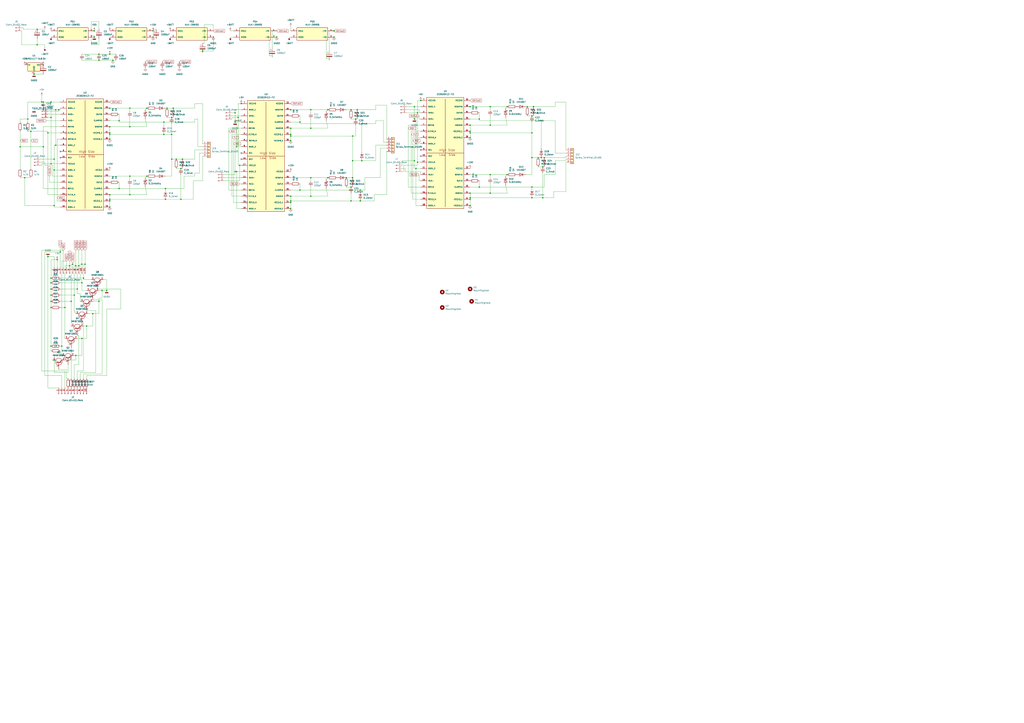
<source format=kicad_sch>
(kicad_sch (version 20211123) (generator eeschema)
  (paper "A1")
  (junction (at 342.9 92.71))
  (junction (at 289.56 146.05))
  (junction (at 41.91 228.6))
  (junction (at 140.97 130.81))
  (junction (at 386.08 158.75))
  (junction (at 140.97 96.52))
  (junction (at 386.08 107.95))
  (junction (at 340.36 87.63))
  (junction (at 433.07 87.63))
  (junction (at 274.32 25.4))
  (junction (at 386.08 87.63))
  (junction (at 193.04 92.71))
  (junction (at 295.91 156.21))
  (junction (at 53.34 252.73))
  (junction (at 106.68 144.78))
  (junction (at 193.04 100.33))
  (junction (at 90.17 170.18))
  (junction (at 67.31 278.13))
  (junction (at 125.73 25.4))
  (junction (at 135.89 163.83))
  (junction (at 30.48 24.13))
  (junction (at 195.58 96.52))
  (junction (at 274.32 30.48))
  (junction (at 288.29 153.67))
  (junction (at 120.65 88.9))
  (junction (at 289.56 111.76))
  (junction (at 20.32 146.05))
  (junction (at 436.88 153.67))
  (junction (at 238.76 110.49))
  (junction (at 447.04 129.54))
  (junction (at 402.59 87.63))
  (junction (at 402.59 102.87))
  (junction (at 25.4 107.95))
  (junction (at 97.79 154.94))
  (junction (at 64.77 218.44))
  (junction (at 44.45 130.81))
  (junction (at 90.17 88.9))
  (junction (at 41.91 247.65))
  (junction (at 90.17 160.02))
  (junction (at 246.38 100.33))
  (junction (at 97.79 99.06))
  (junction (at 41.91 284.48))
  (junction (at 125.73 30.48))
  (junction (at 345.44 82.55))
  (junction (at 62.23 292.1))
  (junction (at 27.94 60.96))
  (junction (at 436.88 109.22))
  (junction (at 90.17 165.1))
  (junction (at 106.68 104.14))
  (junction (at 238.76 90.17))
  (junction (at 238.76 165.1))
  (junction (at 90.17 104.14))
  (junction (at 269.24 90.17))
  (junction (at 142.24 88.9))
  (junction (at 41.91 252.73))
  (junction (at 288.29 90.17))
  (junction (at 90.17 44.45))
  (junction (at 44.45 295.91))
  (junction (at 284.48 146.05))
  (junction (at 62.23 218.44))
  (junction (at 134.62 100.33))
  (junction (at 45.72 90.17))
  (junction (at 149.86 130.81))
  (junction (at 246.38 156.21))
  (junction (at 293.37 90.17))
  (junction (at 416.56 143.51))
  (junction (at 140.97 110.49))
  (junction (at 77.47 30.48))
  (junction (at 83.82 238.76))
  (junction (at 34.29 83.82))
  (junction (at 196.85 135.89))
  (junction (at 44.45 139.7))
  (junction (at 444.5 99.06))
  (junction (at 39.37 109.22))
  (junction (at 238.76 161.29))
  (junction (at 255.27 161.29))
  (junction (at 71.12 267.97))
  (junction (at 41.91 232.41))
  (junction (at 166.37 41.91))
  (junction (at 238.76 111.76))
  (junction (at 44.45 168.91))
  (junction (at 90.17 114.3))
  (junction (at 238.76 171.45))
  (junction (at 386.08 162.56))
  (junction (at 30.48 36.83))
  (junction (at 441.96 129.54))
  (junction (at 106.68 88.9))
  (junction (at 41.91 242.57))
  (junction (at 402.59 143.51))
  (junction (at 295.91 165.1))
  (junction (at 342.9 133.35))
  (junction (at 340.36 132.08))
  (junction (at 22.86 97.79))
  (junction (at 393.7 97.79))
  (junction (at 41.91 83.82))
  (junction (at 50.8 284.48))
  (junction (at 39.37 210.82))
  (junction (at 137.16 88.9))
  (junction (at 81.28 49.53))
  (junction (at 134.62 110.49))
  (junction (at 386.08 163.83))
  (junction (at 16.51 120.65))
  (junction (at 297.18 132.08))
  (junction (at 255.27 146.05))
  (junction (at 386.08 113.03))
  (junction (at 175.26 30.48))
  (junction (at 340.36 97.79))
  (junction (at 90.17 163.83))
  (junction (at 198.12 85.09))
  (junction (at 135.89 154.94))
  (junction (at 148.59 163.83))
  (junction (at 60.96 242.57))
  (junction (at 81.28 44.45))
  (junction (at 68.58 228.6))
  (junction (at 90.17 109.22))
  (junction (at 87.63 238.76))
  (junction (at 120.65 144.78))
  (junction (at 386.08 168.91))
  (junction (at 35.56 83.82))
  (junction (at 402.59 158.75))
  (junction (at 238.76 166.37))
  (junction (at 297.18 101.6))
  (junction (at 444.5 129.54))
  (junction (at 58.42 247.65))
  (junction (at 46.99 213.36))
  (junction (at 45.72 119.38))
  (junction (at 255.27 105.41))
  (junction (at 445.77 137.16))
  (junction (at 438.15 87.63))
  (junction (at 269.24 146.05))
  (junction (at 292.1 97.79))
  (junction (at 238.76 115.57))
  (junction (at 238.76 105.41))
  (junction (at 41.91 134.62))
  (junction (at 35.56 120.65))
  (junction (at 193.04 140.97))
  (junction (at 77.47 25.4))
  (junction (at 436.88 129.54))
  (junction (at 106.68 160.02))
  (junction (at 67.31 217.17))
  (junction (at 227.33 30.48))
  (junction (at 445.77 162.56))
  (junction (at 144.78 130.81))
  (junction (at 436.88 95.25))
  (junction (at 436.88 162.56))
  (junction (at 255.27 90.17))
  (junction (at 194.31 140.97))
  (junction (at 67.31 232.41))
  (junction (at 57.15 218.44))
  (junction (at 416.56 87.63))
  (junction (at 69.85 217.17))
  (junction (at 35.56 90.17))
  (junction (at 341.63 138.43))
  (junction (at 49.53 207.01))
  (junction (at 289.56 132.08))
  (junction (at 194.31 120.65))
  (junction (at 48.26 90.17))
  (junction (at 148.59 138.43))
  (junction (at 341.63 118.11))
  (junction (at 393.7 153.67))
  (junction (at 35.56 53.34))
  (junction (at 90.17 110.49))
  (junction (at 41.91 237.49))
  (junction (at 92.71 49.53))
  (junction (at 288.29 165.1))
  (junction (at 63.5 237.49))
  (junction (at 386.08 102.87))
  (junction (at 81.28 247.65))
  (junction (at 41.91 96.52))
  (junction (at 386.08 109.22))
  (junction (at 76.2 257.81))
  (junction (at 59.69 217.17))
  (no_connect (at 49.53 124.46))
  (no_connect (at 49.53 129.54))
  (no_connect (at 198.12 125.73))
  (no_connect (at 198.12 130.81))
  (no_connect (at 345.44 128.27))
  (no_connect (at 345.44 123.19))
  (wire (pts (xy 16.51 120.65) (xy 35.56 120.65)))
  (wire (pts (xy 342.9 133.35) (xy 342.9 135.89)))
  (wire (pts (xy 63.5 237.49) (xy 63.5 241.3)))
  (wire (pts (xy 64.77 299.72) (xy 64.77 275.59)))
  (wire (pts (xy 72.39 257.81) (xy 76.2 257.81)))
  (wire (pts (xy 344.17 148.59) (xy 345.44 148.59)))
  (wire (pts (xy 49.53 104.14) (xy 35.56 104.14)))
  (wire (pts (xy 59.69 217.17) (xy 59.69 219.71)))
  (wire (pts (xy 119.38 153.67) (xy 120.65 160.02)))
  (wire (pts (xy 60.96 218.44) (xy 62.23 218.44)))
  (wire (pts (xy 193.04 90.17) (xy 193.04 92.71)))
  (wire (pts (xy 49.53 247.65) (xy 58.42 247.65)))
  (wire (pts (xy 59.69 215.9) (xy 59.69 217.17)))
  (wire (pts (xy 44.45 130.81) (xy 44.45 119.38)))
  (wire (pts (xy 135.89 154.94) (xy 151.13 154.94)))
  (wire (pts (xy 39.37 109.22) (xy 49.53 109.22)))
  (wire (pts (xy 90.17 160.02) (xy 90.17 163.83)))
  (wire (pts (xy 74.93 25.4) (xy 77.47 25.4)))
  (wire (pts (xy 106.68 160.02) (xy 90.17 160.02)))
  (wire (pts (xy 90.17 99.06) (xy 97.79 99.06)))
  (wire (pts (xy 330.2 140.97) (xy 331.47 140.97)))
  (wire (pts (xy 92.71 49.53) (xy 95.25 49.53)))
  (wire (pts (xy 49.53 99.06) (xy 38.1 99.06)))
  (wire (pts (xy 436.88 162.56) (xy 445.77 162.56)))
  (wire (pts (xy 134.62 100.33) (xy 97.79 100.33)))
  (wire (pts (xy 270.51 41.91) (xy 270.51 25.4)))
  (wire (pts (xy 436.88 129.54) (xy 436.88 143.51)))
  (wire (pts (xy 163.83 142.24) (xy 163.83 125.73)))
  (wire (pts (xy 68.58 217.17) (xy 69.85 217.17)))
  (wire (pts (xy 270.51 49.53) (xy 270.51 48.26)))
  (wire (pts (xy 68.58 267.97) (xy 71.12 267.97)))
  (wire (pts (xy 330.2 135.89) (xy 330.2 132.08)))
  (wire (pts (xy 16.51 100.33) (xy 16.51 97.79)))
  (wire (pts (xy 332.74 140.97) (xy 332.74 138.43)))
  (wire (pts (xy 90.17 110.49) (xy 134.62 110.49)))
  (wire (pts (xy 345.44 168.91) (xy 341.63 168.91)))
  (wire (pts (xy 120.65 104.14) (xy 106.68 104.14)))
  (wire (pts (xy 163.83 41.91) (xy 166.37 41.91)))
  (wire (pts (xy 62.23 256.54) (xy 60.96 256.54)))
  (wire (pts (xy 297.18 101.6) (xy 297.18 124.46)))
  (wire (pts (xy 175.26 41.91) (xy 175.26 30.48)))
  (wire (pts (xy 27.94 90.17) (xy 35.56 90.17)))
  (wire (pts (xy 49.53 160.02) (xy 39.37 160.02)))
  (wire (pts (xy 158.75 148.59) (xy 166.37 148.59)))
  (wire (pts (xy 90.17 88.9) (xy 88.9 88.9)))
  (wire (pts (xy 454.66 157.48) (xy 464.82 157.48)))
  (wire (pts (xy 269.24 105.41) (xy 255.27 105.41)))
  (wire (pts (xy 162.56 120.65) (xy 166.37 120.65)))
  (wire (pts (xy 41.91 237.49) (xy 41.91 232.41)))
  (wire (pts (xy 275.59 30.48) (xy 274.32 30.48)))
  (wire (pts (xy 46.99 114.3) (xy 49.53 114.3)))
  (wire (pts (xy 308.61 86.36) (xy 317.5 86.36)))
  (wire (pts (xy 220.98 30.48) (xy 227.33 30.48)))
  (wire (pts (xy 128.27 24.13) (xy 125.73 24.13)))
  (wire (pts (xy 35.56 120.65) (xy 35.56 154.94)))
  (wire (pts (xy 39.37 91.44) (xy 48.26 91.44)))
  (wire (pts (xy 415.29 144.78) (xy 416.56 143.51)))
  (wire (pts (xy 402.59 143.51) (xy 386.08 143.51)))
  (wire (pts (xy 135.89 163.83) (xy 90.17 163.83)))
  (wire (pts (xy 144.78 138.43) (xy 148.59 138.43)))
  (wire (pts (xy 193.04 140.97) (xy 193.04 143.51)))
  (wire (pts (xy 49.53 228.6) (xy 68.58 228.6)))
  (wire (pts (xy 308.61 99.06) (xy 314.96 99.06)))
  (wire (pts (xy 39.37 107.95) (xy 39.37 109.22)))
  (wire (pts (xy 19.05 24.13) (xy 19.05 22.86)))
  (wire (pts (xy 34.29 83.82) (xy 34.29 78.74)))
  (wire (pts (xy 66.04 306.07) (xy 66.04 311.15)))
  (wire (pts (xy 344.17 95.25) (xy 344.17 97.79)))
  (wire (pts (xy 416.56 102.87) (xy 402.59 102.87)))
  (wire (pts (xy 299.72 146.05) (xy 312.42 146.05)))
  (wire (pts (xy 308.61 101.6) (xy 297.18 101.6)))
  (wire (pts (xy 30.48 36.83) (xy 36.83 36.83)))
  (wire (pts (xy 193.04 140.97) (xy 194.31 140.97)))
  (wire (pts (xy 160.02 130.81) (xy 160.02 123.19)))
  (wire (pts (xy 307.34 165.1) (xy 295.91 165.1)))
  (wire (pts (xy 58.42 247.65) (xy 58.42 217.17)))
  (wire (pts (xy 288.29 90.17) (xy 293.37 90.17)))
  (wire (pts (xy 22.86 83.82) (xy 34.29 83.82)))
  (wire (pts (xy 83.82 307.34) (xy 68.58 307.34)))
  (wire (pts (xy 34.29 205.74) (xy 52.07 205.74)))
  (wire (pts (xy 431.8 87.63) (xy 433.07 87.63)))
  (wire (pts (xy 90.17 163.83) (xy 90.17 165.1)))
  (wire (pts (xy 340.36 87.63) (xy 340.36 97.79)))
  (wire (pts (xy 223.52 45.72) (xy 220.98 45.72)))
  (wire (pts (xy 160.02 123.19) (xy 166.37 123.19)))
  (wire (pts (xy 339.09 163.83) (xy 345.44 163.83)))
  (wire (pts (xy 48.26 91.44) (xy 48.26 90.17)))
  (wire (pts (xy 267.97 91.44) (xy 269.24 90.17)))
  (wire (pts (xy 48.26 303.53) (xy 54.61 303.53)))
  (wire (pts (xy 44.45 139.7) (xy 44.45 168.91)))
  (wire (pts (xy 339.09 113.03) (xy 339.09 163.83)))
  (wire (pts (xy 340.36 138.43) (xy 341.63 138.43)))
  (wire (pts (xy 67.31 278.13) (xy 67.31 292.1)))
  (wire (pts (xy 187.96 156.21) (xy 198.12 156.21)))
  (wire (pts (xy 125.73 24.13) (xy 125.73 25.4)))
  (wire (pts (xy 255.27 105.41) (xy 238.76 105.41)))
  (wire (pts (xy 41.91 284.48) (xy 41.91 252.73)))
  (wire (pts (xy 69.85 219.71) (xy 69.85 217.17)))
  (wire (pts (xy 195.58 85.09) (xy 195.58 96.52)))
  (wire (pts (xy 106.68 91.44) (xy 106.68 88.9)))
  (wire (pts (xy 464.82 129.54) (xy 464.82 128.27)))
  (wire (pts (xy 415.29 88.9) (xy 416.56 87.63)))
  (wire (pts (xy 293.37 90.17) (xy 308.61 90.17)))
  (wire (pts (xy 76.2 247.65) (xy 81.28 247.65)))
  (wire (pts (xy 49.53 90.17) (xy 49.53 88.9)))
  (wire (pts (xy 66.04 217.17) (xy 67.31 217.17)))
  (wire (pts (xy 195.58 96.52) (xy 195.58 135.89)))
  (wire (pts (xy 190.5 92.71) (xy 193.04 92.71)))
  (wire (pts (xy 284.48 90.17) (xy 288.29 90.17)))
  (wire (pts (xy 166.37 41.91) (xy 175.26 41.91)))
  (wire (pts (xy 198.12 85.09) (xy 199.39 85.09)))
  (wire (pts (xy 160.02 130.81) (xy 149.86 130.81)))
  (wire (pts (xy 198.12 135.89) (xy 196.85 135.89)))
  (wire (pts (xy 445.77 137.16) (xy 447.04 137.16)))
  (wire (pts (xy 289.56 132.08) (xy 289.56 146.05)))
  (wire (pts (xy 393.7 153.67) (xy 436.88 153.67)))
  (wire (pts (xy 41.91 247.65) (xy 41.91 242.57)))
  (wire (pts (xy 134.62 110.49) (xy 140.97 110.49)))
  (wire (pts (xy 49.53 237.49) (xy 63.5 237.49)))
  (wire (pts (xy 416.56 87.63) (xy 402.59 87.63)))
  (wire (pts (xy 120.65 88.9) (xy 106.68 88.9)))
  (wire (pts (xy 55.88 306.07) (xy 55.88 299.72)))
  (wire (pts (xy 270.51 25.4) (xy 274.32 25.4)))
  (wire (pts (xy 198.12 115.57) (xy 191.77 115.57)))
  (wire (pts (xy 464.82 125.73) (xy 455.93 125.73)))
  (wire (pts (xy 36.83 133.35) (xy 33.02 133.35)))
  (wire (pts (xy 344.17 143.51) (xy 344.17 148.59)))
  (wire (pts (xy 284.48 153.67) (xy 288.29 153.67)))
  (wire (pts (xy 447.04 143.51) (xy 447.04 153.67)))
  (wire (pts (xy 317.5 86.36) (xy 317.5 114.3)))
  (wire (pts (xy 49.53 288.29) (xy 49.53 292.1)))
  (wire (pts (xy 67.31 265.43) (xy 68.58 265.43)))
  (wire (pts (xy 166.37 85.09) (xy 166.37 118.11)))
  (wire (pts (xy 191.77 30.48) (xy 189.23 30.48)))
  (wire (pts (xy 436.88 109.22) (xy 436.88 129.54)))
  (wire (pts (xy 190.5 96.52) (xy 195.58 96.52)))
  (wire (pts (xy 36.83 308.61) (xy 36.83 207.01)))
  (wire (pts (xy 441.96 137.16) (xy 445.77 137.16)))
  (wire (pts (xy 50.8 214.63) (xy 54.61 214.63)))
  (wire (pts (xy 71.12 311.15) (xy 71.12 308.61)))
  (wire (pts (xy 119.38 90.17) (xy 120.65 88.9)))
  (wire (pts (xy 19.05 22.86) (xy 17.78 22.86)))
  (wire (pts (xy 340.36 132.08) (xy 340.36 138.43)))
  (wire (pts (xy 90.17 110.49) (xy 90.17 114.3)))
  (wire (pts (xy 49.53 207.01) (xy 49.53 219.71)))
  (wire (pts (xy 166.37 148.59) (xy 166.37 128.27)))
  (wire (pts (xy 246.38 100.33) (xy 246.38 95.25)))
  (wire (pts (xy 447.04 129.54) (xy 444.5 129.54)))
  (wire (pts (xy 90.17 109.22) (xy 90.17 110.49)))
  (wire (pts (xy 163.83 125.73) (xy 166.37 125.73)))
  (wire (pts (xy 58.42 267.97) (xy 58.42 247.65)))
  (wire (pts (xy 68.58 229.87) (xy 68.58 228.6)))
  (wire (pts (xy 334.01 87.63) (xy 340.36 87.63)))
  (wire (pts (xy 269.24 90.17) (xy 255.27 90.17)))
  (wire (pts (xy 81.28 31.75) (xy 81.28 36.83)))
  (wire (pts (xy 74.93 29.21) (xy 74.93 36.83)))
  (wire (pts (xy 148.59 163.83) (xy 158.75 163.83)))
  (wire (pts (xy 160.02 142.24) (xy 163.83 142.24)))
  (wire (pts (xy 238.76 166.37) (xy 238.76 171.45)))
  (wire (pts (xy 317.5 160.02) (xy 307.34 160.02)))
  (wire (pts (xy 142.24 88.9) (xy 160.02 88.9)))
  (wire (pts (xy 341.63 138.43) (xy 345.44 138.43)))
  (wire (pts (xy 99.06 237.49) (xy 80.01 237.49)))
  (wire (pts (xy 436.88 95.25) (xy 438.15 95.25)))
  (wire (pts (xy 81.28 44.45) (xy 90.17 44.45)))
  (wire (pts (xy 295.91 156.21) (xy 295.91 157.48)))
  (wire (pts (xy 53.34 252.73) (xy 53.34 218.44)))
  (wire (pts (xy 198.12 110.49) (xy 190.5 110.49)))
  (wire (pts (xy 267.97 154.94) (xy 269.24 161.29)))
  (wire (pts (xy 49.53 284.48) (xy 50.8 284.48)))
  (wire (pts (xy 307.34 160.02) (xy 307.34 165.1)))
  (wire (pts (xy 90.17 88.9) (xy 106.68 88.9)))
  (wire (pts (xy 76.2 267.97) (xy 76.2 257.81)))
  (wire (pts (xy 270.51 48.26) (xy 267.97 48.26)))
  (wire (pts (xy 246.38 101.6) (xy 246.38 100.33)))
  (wire (pts (xy 97.79 99.06) (xy 97.79 93.98)))
  (wire (pts (xy 312.42 121.92) (xy 317.5 121.92)))
  (wire (pts (xy 106.68 96.52) (xy 106.68 104.14)))
  (wire (pts (xy 77.47 29.21) (xy 77.47 30.48)))
  (wire (pts (xy 455.93 143.51) (xy 447.04 143.51)))
  (wire (pts (xy 137.16 96.52) (xy 140.97 96.52)))
  (wire (pts (xy 36.83 135.89) (xy 36.83 133.35)))
  (wire (pts (xy 97.79 100.33) (xy 97.79 99.06)))
  (wire (pts (xy 119.38 146.05) (xy 120.65 144.78)))
  (wire (pts (xy 416.56 143.51) (xy 402.59 143.51)))
  (wire (pts (xy 386.08 158.75) (xy 386.08 162.56)))
  (wire (pts (xy 68.58 304.8) (xy 63.5 304.8)))
  (wire (pts (xy 167.64 35.56) (xy 167.64 20.32)))
  (wire (pts (xy 78.74 306.07) (xy 66.04 306.07)))
  (wire (pts (xy 288.29 153.67) (xy 289.56 153.67)))
  (wire (pts (xy 67.31 49.53) (xy 81.28 49.53)))
  (wire (pts (xy 44.45 119.38) (xy 45.72 119.38)))
  (wire (pts (xy 44.45 139.7) (xy 49.53 139.7)))
  (wire (pts (xy 44.45 139.7) (xy 44.45 130.81)))
  (wire (pts (xy 436.88 162.56) (xy 386.08 162.56)))
  (wire (pts (xy 288.29 97.79) (xy 292.1 97.79)))
  (wire (pts (xy 255.27 97.79) (xy 255.27 105.41)))
  (wire (pts (xy 144.78 130.81) (xy 140.97 130.81)))
  (wire (pts (xy 238.76 21.59) (xy 238.76 25.4)))
  (wire (pts (xy 255.27 161.29) (xy 238.76 161.29)))
  (wire (pts (xy 184.15 148.59) (xy 196.85 148.59)))
  (wire (pts (xy 337.82 107.95) (xy 337.82 158.75)))
  (wire (pts (xy 386.08 162.56) (xy 386.08 163.83)))
  (wire (pts (xy 151.13 144.78) (xy 151.13 154.94)))
  (wire (pts (xy 345.44 92.71) (xy 344.17 92.71)))
  (wire (pts (xy 90.17 165.1) (xy 90.17 170.18)))
  (wire (pts (xy 194.31 100.33) (xy 193.04 100.33)))
  (wire (pts (xy 441.96 129.54) (xy 436.88 129.54)))
  (wire (pts (xy 166.37 43.18) (xy 166.37 41.91)))
  (wire (pts (xy 44.45 306.07) (xy 55.88 306.07)))
  (wire (pts (xy 444.5 121.92) (xy 444.5 99.06)))
  (wire (pts (xy 63.5 304.8) (xy 63.5 311.15)))
  (wire (pts (xy 444.5 129.54) (xy 441.96 129.54)))
  (wire (pts (xy 436.88 100.33) (xy 436.88 109.22)))
  (wire (pts (xy 78.74 255.27) (xy 78.74 306.07)))
  (wire (pts (xy 162.56 97.79) (xy 162.56 120.65)))
  (wire (pts (xy 275.59 25.4) (xy 274.32 25.4)))
  (wire (pts (xy 393.7 99.06) (xy 393.7 97.79)))
  (wire (pts (xy 45.72 90.17) (xy 48.26 90.17)))
  (wire (pts (xy 331.47 135.89) (xy 342.9 135.89)))
  (wire (pts (xy 81.28 17.78) (xy 74.93 17.78)))
  (wire (pts (xy 238.76 111.76) (xy 289.56 111.76)))
  (wire (pts (xy 46.99 219.71) (xy 46.99 213.36)))
  (wire (pts (xy 83.82 245.11) (xy 81.28 245.11)))
  (wire (pts (xy 34.29 83.82) (xy 35.56 83.82)))
  (wire (pts (xy 454.66 157.48) (xy 454.66 162.56)))
  (wire (pts (xy 140.97 96.52) (xy 142.24 96.52)))
  (wire (pts (xy 438.15 87.63) (xy 455.93 87.63)))
  (wire (pts (xy 444.5 99.06) (xy 455.93 99.06)))
  (wire (pts (xy 267.97 147.32) (xy 269.24 146.05)))
  (wire (pts (xy 137.16 88.9) (xy 142.24 88.9)))
  (wire (pts (xy 386.08 109.22) (xy 386.08 113.03)))
  (wire (pts (xy 36.83 39.37) (xy 36.83 36.83)))
  (wire (pts (xy 41.91 232.41) (xy 41.91 228.6)))
  (wire (pts (xy 16.51 97.79) (xy 22.86 97.79)))
  (wire (pts (xy 196.85 135.89) (xy 196.85 148.59)))
  (wire (pts (xy 148.59 138.43) (xy 149.86 138.43)))
  (wire (pts (xy 393.7 99.06) (xy 444.5 99.06)))
  (wire (pts (xy 49.53 252.73) (xy 53.34 252.73)))
  (wire (pts (xy 49.53 119.38) (xy 45.72 119.38)))
  (wire (pts (xy 39.37 318.77) (xy 48.26 318.77)))
  (wire (pts (xy 238.76 156.21) (xy 246.38 156.21)))
  (wire (pts (xy 50.8 318.77) (xy 50.8 308.61)))
  (wire (pts (xy 288.29 165.1) (xy 238.76 165.1)))
  (wire (pts (xy 317.5 124.46) (xy 317.5 160.02)))
  (wire (pts (xy 33.02 135.89) (xy 34.29 135.89)))
  (wire (pts (xy 67.31 217.17) (xy 67.31 205.74)))
  (wire (pts (xy 128.27 31.75) (xy 128.27 30.48)))
  (wire (pts (xy 238.76 165.1) (xy 238.76 166.37)))
  (wire (pts (xy 30.48 31.75) (xy 30.48 36.83)))
  (wire (pts (xy 67.31 44.45) (xy 81.28 44.45)))
  (wire (pts (xy 41.91 288.29) (xy 41.91 284.48)))
  (wire (pts (xy 314.96 116.84) (xy 317.5 116.84)))
  (wire (pts (xy 22.86 107.95) (xy 25.4 107.95)))
  (wire (pts (xy 64.77 218.44) (xy 64.77 205.74)))
  (wire (pts (xy 238.76 100.33) (xy 246.38 100.33)))
  (wire (pts (xy 49.53 165.1) (xy 46.99 165.1)))
  (wire (pts (xy 342.9 133.35) (xy 345.44 133.35)))
  (wire (pts (xy 74.93 29.21) (xy 77.47 29.21)))
  (wire (pts (xy 106.68 104.14) (xy 90.17 104.14)))
  (wire (pts (xy 57.15 218.44) (xy 57.15 219.71)))
  (wire (pts (xy 255.27 146.05) (xy 238.76 146.05)))
  (wire (pts (xy 198.12 97.79) (xy 198.12 100.33)))
  (wire (pts (xy 464.82 83.82) (xy 455.93 83.82)))
  (wire (pts (xy 297.18 101.6) (xy 246.38 101.6)))
  (wire (pts (xy 255.27 153.67) (xy 255.27 161.29)))
  (wire (pts (xy 220.98 45.72) (xy 220.98 30.48)))
  (wire (pts (xy 33.02 130.81) (xy 44.45 130.81)))
  (wire (pts (xy 415.29 96.52) (xy 416.56 102.87)))
  (wire (pts (xy 289.56 111.76) (xy 292.1 111.76)))
  (wire (pts (xy 87.63 229.87) (xy 87.63 238.76)))
  (wire (pts (xy 68.58 228.6) (xy 68.58 217.17)))
  (wire (pts (xy 198.12 171.45) (xy 194.31 171.45)))
  (wire (pts (xy 464.82 132.08) (xy 455.93 132.08)))
  (wire (pts (xy 48.26 90.17) (xy 49.53 90.17)))
  (wire (pts (xy 194.31 120.65) (xy 193.04 120.65)))
  (wire (pts (xy 308.61 99.06) (xy 308.61 101.6)))
  (wire (pts (xy 238.76 161.29) (xy 238.76 165.1)))
  (wire (pts (xy 50.8 284.48) (xy 50.8 214.63)))
  (wire (pts (xy 289.56 111.76) (xy 289.56 132.08)))
  (wire (pts (xy 81.28 238.76) (xy 83.82 238.76)))
  (wire (pts (xy 341.63 138.43) (xy 341.63 168.91)))
  (wire (pts (xy 81.28 257.81) (xy 81.28 247.65)))
  (wire (pts (xy 297.18 132.08) (xy 289.56 132.08)))
  (wire (pts (xy 64.77 219.71) (xy 64.77 218.44)))
  (wire (pts (xy 342.9 82.55) (xy 345.44 82.55)))
  (wire (pts (xy 445.77 142.24) (xy 445.77 162.56)))
  (wire (pts (xy 238.76 105.41) (xy 238.76 110.49)))
  (wire (pts (xy 223.52 39.37) (xy 223.52 25.4)))
  (wire (pts (xy 269.24 146.05) (xy 255.27 146.05)))
  (wire (pts (xy 386.08 163.83) (xy 386.08 168.91)))
  (wire (pts (xy 62.23 295.91) (xy 62.23 292.1)))
  (wire (pts (xy 345.44 102.87) (xy 335.28 102.87)))
  (wire (pts (xy 464.82 130.81) (xy 464.82 132.08)))
  (wire (pts (xy 135.89 163.83) (xy 148.59 163.83)))
  (wire (pts (xy 402.59 146.05) (xy 402.59 143.51)))
  (wire (pts (xy 30.48 24.13) (xy 36.83 24.13)))
  (wire (pts (xy 341.63 97.79) (xy 341.63 118.11)))
  (wire (pts (xy 74.93 17.78) (xy 74.93 25.4)))
  (wire (pts (xy 160.02 100.33) (xy 134.62 100.33)))
  (wire (pts (xy 49.53 232.41) (xy 67.31 232.41)))
  (wire (pts (xy 308.61 119.38) (xy 317.5 119.38)))
  (wire (pts (xy 76.2 257.81) (xy 81.28 257.81)))
  (wire (pts (xy 284.48 146.05) (xy 289.56 146.05)))
  (wire (pts (xy 81.28 36.83) (xy 74.93 36.83)))
  (wire (pts (xy 49.53 242.57) (xy 60.96 242.57)))
  (wire (pts (xy 41.91 134.62) (xy 49.53 134.62)))
  (wire (pts (xy 190.5 110.49) (xy 190.5 161.29)))
  (wire (pts (xy 255.27 148.59) (xy 255.27 146.05)))
  (wire (pts (xy 74.93 229.87) (xy 68.58 229.87)))
  (wire (pts (xy 36.83 207.01) (xy 49.53 207.01)))
  (wire (pts (xy 135.89 144.78) (xy 140.97 144.78)))
  (wire (pts (xy 20.32 146.05) (xy 20.32 168.91)))
  (wire (pts (xy 39.37 318.77) (xy 39.37 210.82)))
  (wire (pts (xy 337.82 158.75) (xy 345.44 158.75)))
  (wire (pts (xy 67.31 229.87) (xy 66.04 229.87)))
  (wire (pts (xy 341.63 97.79) (xy 340.36 97.79)))
  (wire (pts (xy 431.8 143.51) (xy 436.88 143.51)))
  (wire (pts (xy 269.24 161.29) (xy 255.27 161.29)))
  (wire (pts (xy 90.17 44.45) (xy 95.25 44.45)))
  (wire (pts (xy 191.77 166.37) (xy 198.12 166.37)))
  (wire (pts (xy 39.37 96.52) (xy 41.91 96.52)))
  (wire (pts (xy 193.04 90.17) (xy 198.12 90.17)))
  (wire (pts (xy 140.97 101.6) (xy 140.97 110.49)))
  (wire (pts (xy 193.04 120.65) (xy 193.04 140.97)))
  (wire (pts (xy 54.61 303.53) (xy 54.61 311.15)))
  (wire (pts (xy 344.17 97.79) (xy 345.44 97.79)))
  (wire (pts (xy 67.31 278.13) (xy 71.12 278.13)))
  (wire (pts (xy 341.63 118.11) (xy 340.36 118.11)))
  (wire (pts (xy 386.08 87.63) (xy 402.59 87.63)))
  (wire (pts (xy 255.27 92.71) (xy 255.27 90.17)))
  (wire (pts (xy 53.34 278.13) (xy 53.34 252.73)))
  (wire (pts (xy 44.45 292.1) (xy 44.45 295.91)))
  (wire (pts (xy 25.4 107.95) (xy 25.4 138.43)))
  (wire (pts (xy 267.97 30.48) (xy 274.32 30.48)))
  (wire (pts (xy 76.2 246.38) (xy 83.82 246.38)))
  (wire (pts (xy 35.56 83.82) (xy 41.91 83.82)))
  (wire (pts (xy 292.1 97.79) (xy 293.37 97.79)))
  (wire (pts (xy 190.5 97.79) (xy 190.5 96.52)))
  (wire (pts (xy 246.38 156.21) (xy 246.38 151.13)))
  (wire (pts (xy 402.59 158.75) (xy 386.08 158.75)))
  (wire (pts (xy 335.28 153.67) (xy 345.44 153.67)))
  (wire (pts (xy 135.89 88.9) (xy 137.16 88.9)))
  (wire (pts (xy 20.32 146.05) (xy 25.4 146.05)))
  (wire (pts (xy 106.68 152.4) (xy 106.68 160.02)))
  (wire (pts (xy 128.27 30.48) (xy 125.73 30.48)))
  (wire (pts (xy 416.56 158.75) (xy 402.59 158.75)))
  (wire (pts (xy 340.36 87.63) (xy 345.44 87.63)))
  (wire (pts (xy 402.59 90.17) (xy 402.59 87.63)))
  (wire (pts (xy 238.76 90.17) (xy 237.49 90.17)))
  (wire (pts (xy 39.37 160.02) (xy 39.37 109.22)))
  (wire (pts (xy 67.31 238.76) (xy 67.31 232.41)))
  (wire (pts (xy 166.37 35.56) (xy 167.64 35.56)))
  (wire (pts (xy 190.5 161.29) (xy 198.12 161.29)))
  (wire (pts (xy 41.91 252.73) (xy 41.91 247.65)))
  (wire (pts (xy 99.06 254) (xy 99.06 237.49)))
  (wire (pts (xy 402.59 102.87) (xy 386.08 102.87)))
  (wire (pts (xy 344.17 92.71) (xy 344.17 90.17)))
  (wire (pts (xy 71.12 267.97) (xy 76.2 267.97)))
  (wire (pts (xy 314.96 99.06) (xy 314.96 116.84)))
  (wire (pts (xy 81.28 49.53) (xy 92.71 49.53)))
  (wire (pts (xy 160.02 97.79) (xy 160.02 100.33)))
  (wire (pts (xy 267.97 99.06) (xy 269.24 105.41)))
  (wire (pts (xy 41.91 83.82) (xy 41.91 96.52)))
  (wire (pts (xy 194.31 100.33) (xy 194.31 120.65)))
  (wire (pts (xy 49.53 93.98) (xy 39.37 93.98)))
  (wire (pts (xy 52.07 219.71) (xy 52.07 205.74)))
  (wire (pts (xy 196.85 135.89) (xy 195.58 135.89)))
  (wire (pts (xy 87.63 254) (xy 99.06 254)))
  (wire (pts (xy 71.12 238.76) (xy 67.31 238.76)))
  (wire (pts (xy 25.4 107.95) (xy 39.37 107.95)))
  (wire (pts (xy 63.5 218.44) (xy 63.5 237.49)))
  (wire (pts (xy 50.8 292.1) (xy 50.8 284.48)))
  (wire (pts (xy 308.61 132.08) (xy 297.18 132.08)))
  (wire (pts (xy 41.91 213.36) (xy 46.99 213.36)))
  (wire (pts (xy 97.79 154.94) (xy 135.89 154.94)))
  (wire (pts (xy 184.15 146.05) (xy 198.12 146.05)))
  (wire (pts (xy 44.45 295.91) (xy 44.45 306.07)))
  (wire (pts (xy 16.51 120.65) (xy 16.51 138.43)))
  (wire (pts (xy 83.82 238.76) (xy 83.82 245.11)))
  (wire (pts (xy 160.02 88.9) (xy 160.02 85.09)))
  (wire (pts (xy 436.88 153.67) (xy 436.88 154.94)))
  (wire (pts (xy 160.02 85.09) (xy 166.37 85.09)))
  (wire (pts (xy 198.12 120.65) (xy 194.31 120.65)))
  (wire (pts (xy 53.34 218.44) (xy 57.15 218.44)))
  (wire (pts (xy 194.31 140.97) (xy 194.31 171.45)))
  (wire (pts (xy 119.38 97.79) (xy 120.65 104.14)))
  (wire (pts (xy 46.99 114.3) (xy 46.99 165.1)))
  (wire (pts (xy 67.31 232.41) (xy 67.31 229.87)))
  (wire (pts (xy 436.88 153.67) (xy 447.04 153.67)))
  (wire (pts (xy 63.5 275.59) (xy 64.77 275.59)))
  (wire (pts (xy 81.28 245.11) (xy 81.28 247.65)))
  (wire (pts (xy 193.04 92.71) (xy 193.04 100.33)))
  (wire (pts (xy 49.53 292.1) (xy 44.45 292.1)))
  (wire (pts (xy 53.34 304.8) (xy 34.29 304.8)))
  (wire (pts (xy 445.77 162.56) (xy 454.66 162.56)))
  (wire (pts (xy 190.5 95.25) (xy 198.12 95.25)))
  (wire (pts (xy 66.04 247.65) (xy 66.04 241.3)))
  (wire (pts (xy 386.08 102.87) (xy 386.08 107.95)))
  (wire (pts (xy 62.23 257.81) (xy 62.23 256.54)))
  (wire (pts (xy 27.94 60.96) (xy 35.56 60.96)))
  (wire (pts (xy 53.34 295.91) (xy 62.23 295.91)))
  (wire (pts (xy 49.53 170.18) (xy 44.45 170.18)))
  (wire (pts (xy 43.18 144.78) (xy 43.18 135.89)))
  (wire (pts (xy 140.97 110.49) (xy 140.97 130.81)))
  (wire (pts (xy 35.56 88.9) (xy 35.56 90.17)))
  (wire (pts (xy 87.63 308.61) (xy 87.63 254)))
  (wire (pts (xy 386.08 109.22) (xy 436.88 109.22)))
  (wire (pts (xy 402.59 151.13) (xy 402.59 158.75)))
  (wire (pts (xy 433.07 87.63) (xy 438.15 87.63)))
  (wire (pts (xy 106.68 144.78) (xy 90.17 144.78)))
  (wire (pts (xy 455.93 132.08) (xy 455.93 143.51)))
  (wire (pts (xy 238.76 110.49) (xy 238.76 111.76)))
  (wire (pts (xy 40.64 149.86) (xy 49.53 149.86)))
  (wire (pts (xy 62.23 292.1) (xy 67.31 292.1)))
  (wire (pts (xy 41.91 96.52) (xy 41.91 134.62)))
  (wire (pts (xy 345.44 118.11) (xy 341.63 118.11)))
  (wire (pts (xy 342.9 92.71) (xy 342.9 133.35)))
  (wire (pts (xy 342.9 82.55) (xy 342.9 92.71)))
  (wire (pts (xy 187.96 105.41) (xy 187.96 156.21)))
  (wire (pts (xy 160.02 144.78) (xy 160.02 142.24)))
  (wire (pts (xy 335.28 102.87) (xy 335.28 153.67)))
  (wire (pts (xy 50.8 308.61) (xy 36.83 308.61)))
  (wire (pts (xy 308.61 132.08) (xy 308.61 119.38)))
  (wire (pts (xy 83.82 238.76) (xy 87.63 238.76)))
  (wire (pts (xy 402.59 95.25) (xy 402.59 102.87)))
  (wire (pts (xy 246.38 156.21) (xy 295.91 156.21)))
  (wire (pts (xy 393.7 153.67) (xy 393.7 148.59)))
  (wire (pts (xy 66.04 229.87) (xy 66.04 217.17)))
  (wire (pts (xy 334.01 92.71) (xy 342.9 92.71)))
  (wire (pts (xy 16.51 146.05) (xy 20.32 146.05)))
  (wire (pts (xy 134.62 100.33) (xy 134.62 102.87)))
  (wire (pts (xy 238.76 90.17) (xy 255.27 90.17)))
  (wire (pts (xy 345.44 82.55) (xy 346.71 82.55)))
  (wire (pts (xy 292.1 102.87) (xy 292.1 111.76)))
  (wire (pts (xy 35.56 154.94) (xy 49.53 154.94)))
  (wire (pts (xy 345.44 113.03) (xy 339.09 113.03)))
  (wire (pts (xy 90.17 154.94) (xy 97.79 154.94)))
  (wire (pts (xy 464.82 123.19) (xy 464.82 83.82)))
  (wire (pts (xy 308.61 90.17) (xy 308.61 86.36)))
  (wire (pts (xy 340.36 118.11) (xy 340.36 132.08)))
  (wire (pts (xy 386.08 107.95) (xy 386.08 109.22)))
  (wire (pts (xy 20.32 168.91) (xy 44.45 168.91)))
  (wire (pts (xy 63.5 278.13) (xy 67.31 278.13)))
  (wire (pts (xy 196.85 151.13) (xy 198.12 151.13)))
  (wire (pts (xy 60.96 311.15) (xy 60.96 299.72)))
  (wire (pts (xy 68.58 265.43) (xy 68.58 304.8)))
  (wire (pts (xy 54.61 219.71) (xy 54.61 214.63)))
  (wire (pts (xy 44.45 170.18) (xy 44.45 168.91)))
  (wire (pts (xy 158.75 148.59) (xy 158.75 163.83)))
  (wire (pts (xy 17.78 36.83) (xy 30.48 36.83)))
  (wire (pts (xy 58.42 217.17) (xy 59.69 217.17)))
  (wire (pts (xy 447.04 129.54) (xy 464.82 129.54)))
  (wire (pts (xy 160.02 97.79) (xy 162.56 97.79)))
  (wire (pts (xy 41.91 83.82) (xy 49.53 83.82)))
  (wire (pts (xy 175.26 20.32) (xy 175.26 25.4)))
  (wire (pts (xy 35.56 90.17) (xy 45.72 90.17)))
  (wire (pts (xy 71.12 278.13) (xy 71.12 267.97)))
  (wire (pts (xy 97.79 154.94) (xy 97.79 149.86)))
  (wire (pts (xy 19.05 24.13) (xy 30.48 24.13)))
  (wire (pts (xy 415.29 152.4) (xy 416.56 158.75)))
  (wire (pts (xy 53.34 318.77) (xy 53.34 304.8)))
  (wire (pts (xy 68.58 307.34) (xy 68.58 311.15)))
  (wire (pts (xy 191.77 115.57) (xy 191.77 166.37)))
  (wire (pts (xy 464.82 157.48) (xy 464.82 133.35)))
  (wire (pts (xy 41.91 242.57) (xy 41.91 237.49)))
  (wire (pts (xy 35.56 104.14) (xy 35.56 120.65)))
  (wire (pts (xy 238.76 111.76) (xy 238.76 115.57)))
  (wire (pts (xy 167.64 20.32) (xy 175.26 20.32)))
  (wire (pts (xy 71.12 308.61) (xy 87.63 308.61)))
  (wire (pts (xy 62.23 219.71) (xy 62.23 218.44)))
  (wire (pts (xy 85.09 229.87) (xy 87.63 229.87)))
  (wire (pts (xy 295.91 156.21) (xy 299.72 156.21)))
  (wire (pts (xy 330.2 132.08) (xy 340.36 132.08)))
  (wire (pts (xy 71.12 255.27) (xy 78.74 255.27)))
  (wire (pts (xy 140.97 130.81) (xy 140.97 144.78)))
  (wire (pts (xy 345.44 143.51) (xy 345.44 140.97)))
  (wire (pts (xy 194.31 140.97) (xy 198.12 140.97)))
  (wire (pts (xy 148.59 143.51) (xy 148.59 163.83)))
  (wire (pts (xy 191.77 25.4) (xy 189.23 25.4)))
  (wire (pts (xy 62.23 218.44) (xy 62.23 205.74)))
  (wire (pts (xy 455.93 87.63) (xy 455.93 83.82)))
  (wire (pts (xy 58.42 285.75) (xy 58.42 311.15)))
  (wire (pts (xy 60.96 299.72) (xy 64.77 299.72)))
  (wire (pts (xy 184.15 143.51) (xy 193.04 143.51)))
  (wire (pts (xy 22.86 83.82) (xy 22.86 97.79)))
  (wire (pts (xy 49.53 144.78) (xy 43.18 144.78)))
  (wire (pts (xy 120.65 160.02) (xy 106.68 160.02)))
  (wire (pts (xy 288.29 158.75) (xy 288.29 165.1)))
  (wire (pts (xy 66.04 241.3) (xy 63.5 241.3)))
  (wire (pts (xy 60.96 218.44) (xy 60.96 242.57)))
  (wire (pts (xy 34.29 135.89) (xy 34.29 134.62)))
  (wire (pts (xy 63.5 218.44) (xy 64.77 218.44)))
  (wire (pts (xy 43.18 135.89) (xy 36.83 135.89)))
  (wire (pts (xy 299.72 146.05) (xy 299.72 156.21)))
  (wire (pts (xy 433.07 95.25) (xy 436.88 95.25)))
  (wire (pts (xy 295.91 165.1) (xy 288.29 165.1)))
  (wire (pts (xy 223.52 25.4) (xy 227.33 25.4)))
  (wire (pts (xy 312.42 146.05) (xy 312.42 121.92)))
  (wire (pts (xy 22.86 100.33) (xy 22.86 97.79)))
  (wire (pts (xy 44.45 210.82) (xy 44.45 219.71)))
  (wire (pts (xy 198.12 105.41) (xy 187.96 105.41)))
  (wire (pts (xy 135.89 154.94) (xy 135.89 156.21)))
  (wire (pts (xy 334.01 90.17) (xy 344.17 90.17)))
  (wire (pts (xy 17.78 25.4) (xy 17.78 36.83)))
  (wire (pts (xy 332.74 140.97) (xy 345.44 140.97)))
  (wire (pts (xy 34.29 304.8) (xy 34.29 205.74)))
  (wire (pts (xy 160.02 144.78) (xy 151.13 144.78)))
  (wire (pts (xy 345.44 107.95) (xy 337.82 107.95)))
  (wire (pts (xy 267.97 48.26) (xy 267.97 30.48)))
  (wire (pts (xy 34.29 134.62) (xy 41.91 134.62)))
  (wire (pts (xy 331.47 140.97) (xy 331.47 135.89)))
  (wire (pts (xy 67.31 219.71) (xy 67.31 217.17)))
  (wire (pts (xy 386.08 153.67) (xy 393.7 153.67)))
  (wire (pts (xy 83.82 246.38) (xy 83.82 307.34)))
  (wire (pts (xy 90.17 104.14) (xy 90.17 109.22)))
  (wire (pts (xy 40.64 144.78) (xy 40.64 149.86)))
  (wire (pts (xy 195.58 85.09) (xy 198.12 85.09)))
  (wire (pts (xy 16.51 107.95) (xy 16.51 120.65)))
  (wire (pts (xy 49.53 203.2) (xy 49.53 207.01)))
  (wire (pts (xy 45.72 90.17) (xy 45.72 119.38)))
  (wire (pts (xy 332.74 138.43) (xy 330.2 138.43)))
  (wire (pts (xy 393.7 97.79) (xy 393.7 92.71)))
  (wire (pts (xy 120.65 144.78) (xy 106.68 144.78)))
  (wire (pts (xy 386.08 87.63) (xy 384.81 87.63)))
  (wire (pts (xy 81.28 24.13) (xy 81.28 17.78)))
  (wire (pts (xy 39.37 210.82) (xy 44.45 210.82)))
  (wire (pts (xy 54.61 311.15) (xy 55.88 311.15)))
  (wire (pts (xy 69.85 217.17) (xy 69.85 205.74)))
  (wire (pts (xy 60.96 242.57) (xy 60.96 256.54)))
  (wire (pts (xy 60.96 292.1) (xy 62.23 292.1)))
  (wire (pts (xy 43.18 295.91) (xy 44.45 295.91)))
  (wire (pts (xy 149.86 130.81) (xy 144.78 130.81)))
  (wire (pts (xy 106.68 147.32) (xy 106.68 144.78)))
  (wire (pts (xy 238.76 30.48) (xy 237.49 30.48)))
  (wire (pts (xy 41.91 228.6) (xy 41.91 213.36)))
  (wire (pts (xy 455.93 99.06) (xy 455.93 125.73)))
  (wire (pts (xy 386.08 97.79) (xy 393.7 97.79)))
  (wire (pts (xy 223.52 46.99) (xy 223.52 45.72)))
  (wire (pts (xy 57.15 214.63) (xy 57.15 218.44)))
  (label "INHS2" (at 198.12 100.33 180))
  (global_label "INLS3" (shape input) (at 69.85 205.74 90) (property "Intersheet References" "${INTERSHEET_REFS}" (effects hide)))
  (global_label "VDrive1" (shape input) (at 175.26 25.4 0) (property "Intersheet References" "${INTERSHEET_REFS}" (effects hide)))
  (global_label "INLS1" (shape input) (at 40.64 144.78 90) (property "Intersheet References" "${INTERSHEET_REFS}" (effects hide)))
  (global_label "VDrive3" (shape input) (at 147.32 50.8 0) (property "Intersheet References" "${INTERSHEET_REFS}" (effects hide)))
  (global_label "VDrive2" (shape input) (at 238.76 85.09 0) (property "Intersheet References" "${INTERSHEET_REFS}" (effects hide)))
  (global_label "RDY" (shape input) (at 16.51 115.57 0) (property "Intersheet References" "${INTERSHEET_REFS}" (effects hide)))
  (global_label "INHS1" (shape input) (at 57.15 214.63 90) (property "Intersheet References" "${INTERSHEET_REFS}" (effects hide)))
  (global_label "RST" (shape input) (at 46.99 162.56 0) (property "Intersheet References" "${INTERSHEET_REFS}" (effects hide)))
  (global_label "VDrive3" (shape input) (at 386.08 82.55 0) (property "Intersheet References" "${INTERSHEET_REFS}" (effects hide)))
  (global_label "RDY" (shape input) (at 187.96 107.95 0) (property "Intersheet References" "${INTERSHEET_REFS}" (effects hide)))
  (global_label "INHS3" (shape input) (at 67.31 205.74 90) (property "Intersheet References" "${INTERSHEET_REFS}" (effects hide)))
  (global_label "INLS1" (shape input) (at 59.69 215.9 90) (property "Intersheet References" "${INTERSHEET_REFS}" (effects hide)))
  (global_label "FLT" (shape input) (at 190.5 113.03 0) (property "Intersheet References" "${INTERSHEET_REFS}" (effects hide)))
  (global_label "RDY" (shape input) (at 52.07 205.74 90) (property "Intersheet References" "${INTERSHEET_REFS}" (effects hide)))
  (global_label "INHS2" (shape input) (at 62.23 205.74 90) (property "Intersheet References" "${INTERSHEET_REFS}" (effects hide)))
  (global_label "RST" (shape input) (at 54.61 214.63 90) (property "Intersheet References" "${INTERSHEET_REFS}" (effects hide)))
  (global_label "VDrive3" (shape input) (at 274.32 25.4 0) (property "Intersheet References" "${INTERSHEET_REFS}" (effects hide)))
  (global_label "INLS2" (shape input) (at 196.85 151.13 180) (property "Intersheet References" "${INTERSHEET_REFS}" (effects hide)))
  (global_label "INLS3" (shape input) (at 344.17 143.51 180) (property "Intersheet References" "${INTERSHEET_REFS}" (effects hide)))
  (global_label "FLT" (shape input) (at 49.53 203.2 90) (property "Intersheet References" "${INTERSHEET_REFS}" (effects hide)))
  (global_label "RST" (shape input) (at 339.09 115.57 0) (property "Intersheet References" "${INTERSHEET_REFS}" (effects hide)))
  (global_label "VDrive2" (shape input) (at 133.35 50.8 0) (property "Intersheet References" "${INTERSHEET_REFS}" (effects hide)))
  (global_label "VDrive2" (shape input) (at 227.33 25.4 0) (property "Intersheet References" "${INTERSHEET_REFS}" (effects hide)))
  (global_label "RDY" (shape input) (at 335.28 105.41 0) (property "Intersheet References" "${INTERSHEET_REFS}" (effects hide)))
  (global_label "RST" (shape input) (at 191.77 118.11 0) (property "Intersheet References" "${INTERSHEET_REFS}" (effects hide)))
  (global_label "VDrive1" (shape input) (at 119.38 50.8 0) (property "Intersheet References" "${INTERSHEET_REFS}" (effects hide)))
  (global_label "FLT" (shape input) (at 337.82 110.49 0) (property "Intersheet References" "${INTERSHEET_REFS}" (effects hide)))
  (global_label "INLS2" (shape input) (at 64.77 205.74 90) (property "Intersheet References" "${INTERSHEET_REFS}" (effects hide)))
  (global_label "VDrive1" (shape input) (at 90.17 83.82 0) (property "Intersheet References" "${INTERSHEET_REFS}" (effects hide)))
  (global_label "FLT" (shape input) (at 25.4 115.57 0) (property "Intersheet References" "${INTERSHEET_REFS}" (effects hide)))
  (global_label "INHS1" (shape input) (at 38.1 99.06 180) (property "Intersheet References" "${INTERSHEET_REFS}" (effects hide)))
  (global_label "INHS3" (shape input) (at 344.17 95.25 180) (property "Intersheet References" "${INTERSHEET_REFS}" (effects hide)))
  (symbol (lib_id "Device:D") (at 280.67 146.05 180) (unit 1)
    (property "Reference" "D8" (at 280.67 139.7 0))
    (property "Value" "1N4007" (at 280.67 142.24 0))
    (property "Footprint" "Diode_THT:D_A-405_P12.70mm_Horizontal" (effects hide))
  )
  (symbol (lib_id "Device:C_Polarized") (at 128.27 27.94 0) (unit 1)
    (property "Reference" "C4" (at 132.08 25.7809 0) (effects (justify left)))
    (property "Value" "1000uF" (at 132.08 28.3209 0) (effects (justify left)))
    (property "Footprint" "Capacitor_THT:CP_Radial_D8.0mm_P5.00mm" (effects hide))
  )
  (symbol (lib_id "Device:R") (at 389.89 92.71 90) (unit 1)
    (property "Reference" "R13" (at 388.6199 90.17 0) (effects (justify left)))
    (property "Value" "10" (at 391.1599 90.17 0) (effects (justify left)))
    (property "Footprint" "Resistor_THT:R_Axial_DIN0411_L9.9mm_D3.6mm_P12.70mm_Horizontal" (effects hide))
  )
  (symbol (lib_id "power:GND") (at 92.71 49.53 0) (unit 1)
    (property "Reference" "#PWR0128" (effects hide))
    (property "Value" "GND" (at 92.71 54.61 0))
  )
  (symbol (lib_id "Connector:Conn_01x10_Male") (at 58.42 323.85 90) (unit 1)
    (property "Reference" "J2" (at 59.69 326.39 90))
    (property "Value" "Conn_01x10_Male" (at 59.69 328.93 90))
    (property "Footprint" "Connector_JST:JST_XH_B10B-XH-A_1x10_P2.50mm_Vertical" (effects hide))
  )
  (symbol (lib_id "Connector:Screw_Terminal_01x05") (at 322.58 119.38 0) (unit 1)
    (property "Reference" "J11" (at 325.12 118.1099 0) (effects (justify left)))
    (property "Value" "Screw_Terminal_01x05" (at 325.12 120.6499 0) (effects (justify left)))
    (property "Footprint" "TerminalBlock:TerminalBlock_bornier-5_P5.08mm" (effects hide))
  )
  (symbol (lib_id "Device:R") (at 66.04 314.96 180) (unit 1)
    (property "Reference" "R35" (at 68.58 313.6899 0) (effects (justify right)))
    (property "Value" "1K" (at 68.58 316.2299 0) (effects (justify right)))
    (property "Footprint" "Resistor_THT:R_Axial_DIN0411_L9.9mm_D3.6mm_P12.70mm_Horizontal" (effects hide))
  )
  (symbol (lib_id "Device:R") (at 124.46 144.78 90) (unit 1)
    (property "Reference" "R8" (at 123.1899 142.24 0) (effects (justify left)))
    (property "Value" "1K" (at 125.7299 142.24 0) (effects (justify left)))
    (property "Footprint" "Resistor_THT:R_Axial_DIN0411_L9.9mm_D3.6mm_P12.70mm_Horizontal" (effects hide))
  )
  (symbol (lib_id "Mechanical:MountingHole") (at 363.22 240.03 0) (unit 1)
    (property "Reference" "H1" (at 365.76 238.7599 0) (effects (justify left)))
    (property "Value" "MountingHole" (at 365.76 241.2999 0) (effects (justify left)))
    (property "Footprint" "MountingHole:MountingHole_3.2mm_M3" (effects hide))
  )
  (symbol (lib_id "power:GNDD") (at 87.63 238.76 0) (unit 1)
    (property "Reference" "#PWR0125" (effects hide))
    (property "Value" "GNDD" (at 87.63 243.84 0))
  )
  (symbol (lib_id "Connector:Screw_Terminal_01x05") (at 171.45 123.19 0) (unit 1)
    (property "Reference" "J10" (at 173.99 121.9199 0) (effects (justify left)))
    (property "Value" "Screw_Terminal_01x05" (at 173.99 124.4599 0) (effects (justify left)))
    (property "Footprint" "TerminalBlock:TerminalBlock_bornier-5_P5.08mm" (effects hide))
  )
  (symbol (lib_id "Device:C_Small") (at 288.29 156.21 0) (unit 1)
    (property "Reference" "C21" (at 290.83 154.9462 0) (effects (justify left)))
    (property "Value" "C_Snub" (at 290.83 157.4862 0) (effects (justify left)))
    (property "Footprint" "Capacitor_THT:C_Disc_D5.0mm_W2.5mm_P2.50mm" (effects hide))
  )
  (symbol (lib_id "power:+5V") (at 345.44 82.55 0) (unit 1)
    (property "Reference" "#PWR010" (effects hide))
    (property "Value" "+5V" (at 345.44 77.47 0))
  )
  (symbol (lib_id "Device:D_Schottky") (at 415.29 92.71 270) (unit 1)
    (property "Reference" "D9" (at 417.83 91.1224 90) (effects (justify left)))
    (property "Value" "D_Schottky" (at 417.83 93.6624 90) (effects (justify left)))
    (property "Footprint" "Diode_THT:D_A-405_P12.70mm_Horizontal" (effects hide))
  )
  (symbol (lib_id "Isolated_Power_Supply_HiLink:HLK-20M05") (at 256.54 27.94 0) (unit 1)
    (property "Reference" "PS5" (at 256.54 17.78 0))
    (property "Value" "HLK-20M05" (at 256.54 20.32 0))
    (property "Footprint" "Isolated_Power_Supply_HiLink:CONV_HLK-20M05" (effects hide))
    (property "MANUFACTURER" "Hi-Link" (effects hide))
    (property "PARTREV" "V1.3" (effects hide))
    (property "MAXIMUM_PACKAGE_HEIGHT" "22.5 mm" (effects hide))
    (property "STANDARD" "Manufacturer Recommendations" (effects hide))
  )
  (symbol (lib_id "power:-BATT") (at 90.17 30.48 180) (unit 1)
    (property "Reference" "#PWR0113" (effects hide))
    (property "Value" "-BATT" (at 90.17 35.56 0))
  )
  (symbol (lib_id "Device:D") (at 438.15 91.44 90) (unit 1)
    (property "Reference" "D23" (at 440.69 90.1699 90) (effects (justify right)))
    (property "Value" "D_Snub" (at 440.69 92.7099 90) (effects (justify right)))
    (property "Footprint" "Diode_THT:D_A-405_P12.70mm_Horizontal" (effects hide))
  )
  (symbol (lib_id "power:-BATT") (at 36.83 39.37 180) (unit 1)
    (property "Reference" "#PWR0119" (effects hide))
    (property "Value" "-BATT" (at 36.83 44.45 0))
  )
  (symbol (lib_id "power:-BATT") (at 237.49 30.48 180) (unit 1)
    (property "Reference" "#PWR0102" (effects hide))
    (property "Value" "-BATT" (at 237.49 35.56 0))
  )
  (symbol (lib_id "Device:D") (at 149.86 134.62 90) (unit 1)
    (property "Reference" "D20" (at 152.4 133.3499 90) (effects (justify right)))
    (property "Value" "D_Snub" (at 152.4 135.8899 90) (effects (justify right)))
    (property "Footprint" "Diode_THT:D_A-405_P12.70mm_Horizontal" (effects hide))
  )
  (symbol (lib_id "Mechanical:MountingHole") (at 363.22 252.73 0) (unit 1)
    (property "Reference" "H2" (at 365.76 251.4599 0) (effects (justify left)))
    (property "Value" "MountingHole" (at 365.76 253.9999 0) (effects (justify left)))
    (property "Footprint" "MountingHole:MountingHole_3.2mm_M3" (effects hide))
  )
  (symbol (lib_id "power:+BATT") (at 41.91 25.4 0) (unit 1)
    (property "Reference" "#PWR0121" (effects hide))
    (property "Value" "+BATT" (at 41.91 20.32 0))
  )
  (symbol (lib_id "Device:R") (at 288.29 93.98 180) (unit 1)
    (property "Reference" "R19" (at 290.83 92.7099 0) (effects (justify right)))
    (property "Value" "R_Snub" (at 290.83 95.2499 0) (effects (justify right)))
    (property "Footprint" "Resistor_THT:R_Axial_DIN0411_L9.9mm_D3.6mm_P12.70mm_Horizontal" (effects hide))
  )
  (symbol (lib_id "Device:C_Small") (at 133.35 53.34 0) (unit 1)
    (property "Reference" "C16" (at 135.89 52.0762 0) (effects (justify left)))
    (property "Value" "100nF" (at 135.89 54.6162 0) (effects (justify left)))
    (property "Footprint" "Capacitor_THT:C_Disc_D5.0mm_W2.5mm_P2.50mm" (effects hide))
  )
  (symbol (lib_id "Device:C_Small") (at 402.59 92.71 0) (unit 1)
    (property "Reference" "C13" (at 405.13 91.4462 0) (effects (justify left)))
    (property "Value" "220pF" (at 405.13 93.9862 0) (effects (justify left)))
    (property "Footprint" "Capacitor_THT:C_Disc_D5.0mm_W2.5mm_P2.50mm" (effects hide))
  )
  (symbol (lib_id "Device:D") (at 293.37 93.98 90) (unit 1)
    (property "Reference" "D21" (at 295.91 92.7099 90) (effects (justify right)))
    (property "Value" "D_Snub" (at 295.91 95.2499 90) (effects (justify right)))
    (property "Footprint" "Diode_THT:D_A-405_P12.70mm_Horizontal" (effects hide))
  )
  (symbol (lib_id "Connector:Screw_Terminal_01x05") (at 469.9 128.27 0) (unit 1)
    (property "Reference" "J12" (at 472.44 126.9999 0) (effects (justify left)))
    (property "Value" "Screw_Terminal_01x05" (at 472.44 129.5399 0) (effects (justify left)))
    (property "Footprint" "TerminalBlock:TerminalBlock_bornier-5_P5.08mm" (effects hide))
  )
  (symbol (lib_id "Isolated_Power_Supply_HiLink:HLK-20M05") (at 59.69 27.94 0) (unit 1)
    (property "Reference" "PS1" (at 59.69 17.78 0))
    (property "Value" "HLK-20M05" (at 59.69 20.32 0))
    (property "Footprint" "Isolated_Power_Supply_HiLink:CONV_HLK-20M05" (effects hide))
    (property "MANUFACTURER" "Hi-Link" (effects hide))
    (property "PARTREV" "V1.3" (effects hide))
    (property "MAXIMUM_PACKAGE_HEIGHT" "22.5 mm" (effects hide))
    (property "STANDARD" "Manufacturer Recommendations" (effects hide))
  )
  (symbol (lib_id "Device:C_Small") (at 148.59 140.97 0) (unit 1)
    (property "Reference" "C19" (at 151.13 139.7062 0) (effects (justify left)))
    (property "Value" "C_Snub" (at 151.13 142.2462 0) (effects (justify left)))
    (property "Footprint" "Capacitor_THT:C_Disc_D5.0mm_W2.5mm_P2.50mm" (effects hide))
  )
  (symbol (lib_id "Transistor_BJT:MMBT3904") (at 67.31 260.35 90) (unit 1)
    (property "Reference" "Q5" (at 67.31 251.46 90))
    (property "Value" "MMBT3904" (at 67.31 254 90))
    (property "Footprint" "Package_TO_SOT_SMD:SOT-23" (effects hide))
    (property "Datasheet" "https://www.onsemi.com/pub/Collateral/2N3903-D.PDF" (effects hide))
  )
  (symbol (lib_id "power:GND") (at 238.76 171.45 0) (unit 1)
    (property "Reference" "#PWR08" (effects hide))
    (property "Value" "GND" (at 238.76 176.53 0))
  )
  (symbol (lib_id "Device:R") (at 68.58 314.96 180) (unit 1)
    (property "Reference" "R36" (at 71.12 313.6899 0) (effects (justify right)))
    (property "Value" "1K" (at 71.12 316.2299 0) (effects (justify right)))
    (property "Footprint" "Resistor_THT:R_Axial_DIN0411_L9.9mm_D3.6mm_P12.70mm_Horizontal" (effects hide))
  )
  (symbol (lib_id "Device:D_Schottky") (at 267.97 95.25 270) (unit 1)
    (property "Reference" "D5" (at 270.51 93.6624 90) (effects (justify left)))
    (property "Value" "D_Schottky" (at 270.51 96.2024 90) (effects (justify left)))
    (property "Footprint" "Diode_THT:D_A-405_P12.70mm_Horizontal" (effects hide))
  )
  (symbol (lib_id "Device:C_Small") (at 67.31 46.99 0) (unit 1)
    (property "Reference" "C24" (at 69.85 45.7262 0) (effects (justify left)))
    (property "Value" "100nF" (at 69.85 48.2662 0) (effects (justify left)))
    (property "Footprint" "Capacitor_THT:C_Disc_D5.0mm_W2.5mm_P2.50mm" (effects hide))
  )
  (symbol (lib_id "power:GND2") (at 133.35 55.88 0) (unit 1)
    (property "Reference" "#PWR015" (effects hide))
    (property "Value" "GND2" (at 133.35 60.96 0))
  )
  (symbol (lib_id "Device:C_Polarized") (at 81.28 27.94 0) (unit 1)
    (property "Reference" "C3" (at 85.09 25.7809 0) (effects (justify left)))
    (property "Value" "1000uF" (at 85.09 28.3209 0) (effects (justify left)))
    (property "Footprint" "Capacitor_THT:CP_Radial_D8.0mm_P5.00mm" (effects hide))
  )
  (symbol (lib_id "Connector:Conn_01x03_Male") (at 328.93 90.17 0) (unit 1)
    (property "Reference" "J8" (at 329.565 82.55 0))
    (property "Value" "Conn_01x03_Male" (at 329.565 85.09 0))
    (property "Footprint" "Connector_PinHeader_2.54mm:PinHeader_1x03_P2.54mm_Vertical" (effects hide))
  )
  (symbol (lib_id "power:+BATT") (at 189.23 25.4 0) (unit 1)
    (property "Reference" "#PWR0106" (effects hide))
    (property "Value" "+BATT" (at 189.23 20.32 0))
  )
  (symbol (lib_id "power:GND2") (at 227.33 30.48 0) (unit 1)
    (property "Reference" "#PWR0103" (effects hide))
    (property "Value" "GND2" (at 227.33 35.56 0))
  )
  (symbol (lib_id "Device:R") (at 45.72 232.41 270) (unit 1)
    (property "Reference" "R24" (at 45.72 226.06 90))
    (property "Value" "1K" (at 45.72 228.6 90))
    (property "Footprint" "Resistor_THT:R_Axial_DIN0411_L9.9mm_D3.6mm_P12.70mm_Horizontal" (effects hide))
  )
  (symbol (lib_id "Device:R") (at 45.72 284.48 270) (unit 1)
    (property "Reference" "R29" (at 45.72 278.13 90))
    (property "Value" "1K" (at 45.72 280.67 90))
    (property "Footprint" "Resistor_THT:R_Axial_DIN0411_L9.9mm_D3.6mm_P12.70mm_Horizontal" (effects hide))
  )
  (symbol (lib_id "Device:R") (at 63.5 314.96 180) (unit 1)
    (property "Reference" "R34" (at 66.04 313.6899 0) (effects (justify right)))
    (property "Value" "1K" (at 66.04 316.2299 0) (effects (justify right)))
    (property "Footprint" "Resistor_THT:R_Axial_DIN0411_L9.9mm_D3.6mm_P12.70mm_Horizontal" (effects hide))
  )
  (symbol (lib_id "Regulator_Linear:AMS1117-5.0") (at 27.94 53.34 0) (unit 1)
    (property "Reference" "U1" (at 27.94 45.72 0))
    (property "Value" "AMS1117-5.0" (at 27.94 48.26 0))
    (property "Footprint" "Package_TO_SOT_SMD:SOT-223-3_TabPin2" (effects hide))
    (property "Datasheet" "http://www.advanced-monolithic.com/pdf/ds1117.pdf" (effects hide))
  )
  (symbol (lib_id "Connector:Conn_01x11_Male") (at 57.15 224.79 90) (unit 1)
    (property "Reference" "J1" (at 57.15 227.33 90))
    (property "Value" "Conn_01x11_Male" (at 57.15 229.87 90))
    (property "Footprint" "Connector_JST:JST_XH_B11B-XH-A_1x11_P2.50mm_Vertical" (effects hide))
  )
  (symbol (lib_id "Device:C_Small") (at 81.28 46.99 0) (unit 1)
    (property "Reference" "C25" (at 83.82 45.7262 0) (effects (justify left)))
    (property "Value" "100nF" (at 83.82 48.2662 0) (effects (justify left)))
    (property "Footprint" "Capacitor_THT:C_Disc_D5.0mm_W2.5mm_P2.50mm" (effects hide))
  )
  (symbol (lib_id "Device:R") (at 137.16 92.71 180) (unit 1)
    (property "Reference" "R17" (at 139.7 91.4399 0) (effects (justify right)))
    (property "Value" "R_Snub" (at 139.7 93.9799 0) (effects (justify right)))
    (property "Footprint" "Resistor_THT:R_Axial_DIN0411_L9.9mm_D3.6mm_P12.70mm_Horizontal" (effects hide))
  )
  (symbol (lib_id "power:GNDD") (at 39.37 210.82 180) (unit 1)
    (property "Reference" "#PWR0126" (effects hide))
    (property "Value" "GNDD" (at 39.37 205.74 0))
  )
  (symbol (lib_id "IGBT_GATE_DRIVER_2ed020i12-f2:2ED020I12-F2") (at 350.52 80.01 0) (unit 1)
    (property "Reference" "U4" (at 365.76 74.93 0))
    (property "Value" "2ED020I12-F2" (at 365.76 77.47 0))
    (property "Footprint" "New folder:SOP65P1030X265-36_32N-V" (effects hide))
  )
  (symbol (lib_id "power:GND1") (at 175.26 30.48 0) (unit 1)
    (property "Reference" "#PWR0105" (effects hide))
    (property "Value" "GND1" (at 175.26 35.56 0))
  )
  (symbol (lib_id "power:GND") (at 125.73 30.48 0) (unit 1)
    (property "Reference" "#PWR0108" (effects hide))
    (property "Value" "GND" (at 125.73 35.56 0))
  )
  (symbol (lib_id "power:+5V") (at 46.99 213.36 0) (unit 1)
    (property "Reference" "#PWR0127" (effects hide))
    (property "Value" "+5V" (at 46.99 208.28 0))
  )
  (symbol (lib_id "Device:R") (at 420.37 143.51 90) (unit 1)
    (property "Reference" "R16" (at 419.0999 140.97 0) (effects (justify left)))
    (property "Value" "1K" (at 421.6399 140.97 0) (effects (justify left)))
    (property "Footprint" "Resistor_THT:R_Axial_DIN0411_L9.9mm_D3.6mm_P12.70mm_Horizontal" (effects hide))
  )
  (symbol (lib_id "Transistor_BJT:MMBT3904") (at 80.01 232.41 90) (unit 1)
    (property "Reference" "Q8" (at 80.01 223.52 90))
    (property "Value" "MMBT3904" (at 80.01 226.06 90))
    (property "Footprint" "Package_TO_SOT_SMD:SOT-23" (effects hide))
    (property "Datasheet" "https://www.onsemi.com/pub/Collateral/2N3903-D.PDF" (effects hide))
  )
  (symbol (lib_id "Device:D_Zener") (at 444.5 125.73 270) (unit 1)
    (property "Reference" "D18" (at 447.04 124.4599 90) (effects (justify left)))
    (property "Value" "D_Zener" (at 447.04 126.9999 90) (effects (justify left)))
    (property "Footprint" "Diode_THT:D_DO-201AE_P15.24mm_Horizontal" (effects hide))
  )
  (symbol (lib_id "power:GND") (at 386.08 168.91 0) (unit 1)
    (property "Reference" "#PWR013" (effects hide))
    (property "Value" "GND" (at 386.08 173.99 0))
  )
  (symbol (lib_id "Device:D") (at 132.08 88.9 180) (unit 1)
    (property "Reference" "D3" (at 132.08 82.55 0))
    (property "Value" "1N4007" (at 132.08 85.09 0))
    (property "Footprint" "Diode_THT:D_A-405_P12.70mm_Horizontal" (effects hide))
  )
  (symbol (lib_id "Connector:Conn_01x02_Male") (at 12.7 22.86 0) (unit 1)
    (property "Reference" "J9" (at 13.335 17.78 0))
    (property "Value" "Conn_01x02_Male" (at 13.335 20.32 0))
    (property "Footprint" "Connector_JST:JST_NV_B02P-NV_1x02_P5.00mm_Vertical" (effects hide))
  )
  (symbol (lib_id "power:+5V") (at 35.56 53.34 0) (unit 1)
    (property "Reference" "#PWR0118" (effects hide))
    (property "Value" "+5V" (at 35.56 48.26 0))
  )
  (symbol (lib_id "Device:R") (at 242.57 151.13 90) (unit 1)
    (property "Reference" "R10" (at 241.2999 148.59 0) (effects (justify left)))
    (property "Value" "10" (at 243.8399 148.59 0) (effects (justify left)))
    (property "Footprint" "Resistor_THT:R_Axial_DIN0411_L9.9mm_D3.6mm_P12.70mm_Horizontal" (effects hide))
  )
  (symbol (lib_id "Device:R") (at 71.12 314.96 180) (unit 1)
    (property "Reference" "R37" (at 73.66 313.6899 0) (effects (justify right)))
    (property "Value" "1K" (at 73.66 316.2299 0) (effects (justify right)))
    (property "Footprint" "Resistor_THT:R_Axial_DIN0411_L9.9mm_D3.6mm_P12.70mm_Horizontal" (effects hide))
  )
  (symbol (lib_id "Connector:Conn_01x03_Male") (at 27.94 133.35 0) (unit 1)
    (property "Reference" "J3" (at 28.575 125.73 0))
    (property "Value" "Conn_01x03_Male" (at 28.575 128.27 0))
    (property "Footprint" "Connector_PinHeader_2.54mm:PinHeader_1x03_P2.54mm_Vertical" (effects hide))
  )
  (symbol (lib_id "Device:D_Zener") (at 135.89 160.02 270) (unit 1)
    (property "Reference" "D16" (at 138.43 158.7499 90) (effects (justify left)))
    (property "Value" "D_Zener" (at 138.43 161.2899 90) (effects (justify left)))
    (property "Footprint" "Diode_THT:D_DO-201AE_P15.24mm_Horizontal" (effects hide))
  )
  (symbol (lib_id "Device:D") (at 427.99 143.51 180) (unit 1)
    (property "Reference" "D12" (at 427.99 137.16 0))
    (property "Value" "1N4007" (at 427.99 139.7 0))
    (property "Footprint" "Diode_THT:D_A-405_P12.70mm_Horizontal" (effects hide))
  )
  (symbol (lib_id "Device:R") (at 242.57 95.25 90) (unit 1)
    (property "Reference" "R9" (at 241.2999 92.71 0) (effects (justify left)))
    (property "Value" "10" (at 243.8399 92.71 0) (effects (justify left)))
    (property "Footprint" "Resistor_THT:R_Axial_DIN0411_L9.9mm_D3.6mm_P12.70mm_Horizontal" (effects hide))
  )
  (symbol (lib_id "Device:C_Small") (at 95.25 46.99 0) (unit 1)
    (property "Reference" "C26" (at 97.79 45.7262 0) (effects (justify left)))
    (property "Value" "100nF" (at 97.79 48.2662 0) (effects (justify left)))
    (property "Footprint" "Capacitor_THT:C_Disc_D5.0mm_W2.5mm_P2.50mm" (effects hide))
  )
  (symbol (lib_id "Device:R") (at 441.96 133.35 180) (unit 1)
    (property "Reference" "R22" (at 444.5 132.0799 0) (effects (justify right)))
    (property "Value" "R_Snub" (at 444.5 134.6199 0) (effects (justify right)))
    (property "Footprint" "Resistor_THT:R_Axial_DIN0411_L9.9mm_D3.6mm_P12.70mm_Horizontal" (effects hide))
  )
  (symbol (lib_id "Device:R") (at 273.05 146.05 90) (unit 1)
    (property "Reference" "R12" (at 271.7799 143.51 0) (effects (justify left)))
    (property "Value" "1K" (at 274.3199 143.51 0) (effects (justify left)))
    (property "Footprint" "Resistor_THT:R_Axial_DIN0411_L9.9mm_D3.6mm_P12.70mm_Horizontal" (effects hide))
  )
  (symbol (lib_id "power:GND1") (at 90.17 114.3 0) (unit 1)
    (property "Reference" "#PWR01" (effects hide))
    (property "Value" "GND1" (at 90.17 119.38 0))
  )
  (symbol (lib_id "Isolated_Power_Supply_HiLink:HLK-20M05") (at 209.55 27.94 0) (unit 1)
    (property "Reference" "PS4" (at 209.55 17.78 0))
    (property "Value" "HLK-20M05" (at 209.55 20.32 0))
    (property "Footprint" "Isolated_Power_Supply_HiLink:CONV_HLK-20M05" (effects hide))
    (property "MANUFACTURER" "Hi-Link" (effects hide))
    (property "PARTREV" "V1.3" (effects hide))
    (property "MAXIMUM_PACKAGE_HEIGHT" "22.5 mm" (effects hide))
    (property "STANDARD" "Manufacturer Recommendations" (effects hide))
  )
  (symbol (lib_id "power:+15V") (at 386.08 138.43 0) (unit 1)
    (property "Reference" "#PWR012" (effects hide))
    (property "Value" "+15V" (at 386.08 133.35 0))
  )
  (symbol (lib_id "Device:D") (at 427.99 87.63 180) (unit 1)
    (property "Reference" "D11" (at 427.99 81.28 0))
    (property "Value" "1N4007" (at 427.99 83.82 0))
    (property "Footprint" "Diode_THT:D_A-405_P12.70mm_Horizontal" (effects hide))
  )
  (symbol (lib_id "Device:R") (at 45.72 252.73 270) (unit 1)
    (property "Reference" "R28" (at 45.72 246.38 90))
    (property "Value" "1K" (at 45.72 248.92 90))
    (property "Footprint" "Resistor_THT:R_Axial_DIN0411_L9.9mm_D3.6mm_P12.70mm_Horizontal" (effects hide))
  )
  (symbol (lib_id "Connector:Conn_01x03_Male") (at 34.29 93.98 0) (unit 1)
    (property "Reference" "J4" (at 34.925 86.36 0))
    (property "Value" "Conn_01x03_Male" (at 34.925 88.9 0))
    (property "Footprint" "Connector_PinHeader_2.54mm:PinHeader_1x03_P2.54mm_Vertical" (effects hide))
  )
  (symbol (lib_id "Device:R") (at 60.96 314.96 180) (unit 1)
    (property "Reference" "R33" (at 63.5 313.6899 0) (effects (justify right)))
    (property "Value" "1K" (at 63.5 316.2299 0) (effects (justify right)))
    (property "Footprint" "Resistor_THT:R_Axial_DIN0411_L9.9mm_D3.6mm_P12.70mm_Horizontal" (effects hide))
  )
  (symbol (lib_id "Device:C_Polarized") (at 270.51 45.72 0) (unit 1)
    (property "Reference" "C7" (at 274.32 43.5609 0) (effects (justify left)))
    (property "Value" "1000uF" (at 274.32 46.1009 0) (effects (justify left)))
    (property "Footprint" "Capacitor_THT:CP_Radial_D8.0mm_P5.00mm" (effects hide))
  )
  (symbol (lib_id "Transistor_BJT:MMBT3904") (at 71.12 250.19 90) (unit 1)
    (property "Reference" "Q6" (at 71.12 241.3 90))
    (property "Value" "MMBT3904" (at 71.12 243.84 90))
    (property "Footprint" "Package_TO_SOT_SMD:SOT-23" (effects hide))
    (property "Datasheet" "https://www.onsemi.com/pub/Collateral/2N3903-D.PDF" (effects hide))
  )
  (symbol (lib_id "Device:R") (at 45.72 288.29 270) (unit 1)
    (property "Reference" "R30" (at 45.72 281.94 90))
    (property "Value" "1K" (at 45.72 284.48 90))
    (property "Footprint" "Resistor_THT:R_Axial_DIN0411_L9.9mm_D3.6mm_P12.70mm_Horizontal" (effects hide))
  )
  (symbol (lib_id "Device:R") (at 144.78 134.62 180) (unit 1)
    (property "Reference" "R18" (at 147.32 133.3499 0) (effects (justify right)))
    (property "Value" "R_Snub" (at 147.32 135.8899 0) (effects (justify right)))
    (property "Footprint" "Resistor_THT:R_Axial_DIN0411_L9.9mm_D3.6mm_P12.70mm_Horizontal" (effects hide))
  )
  (symbol (lib_id "Device:D") (at 289.56 149.86 90) (unit 1)
    (property "Reference" "D22" (at 292.1 148.5899 90) (effects (justify right)))
    (property "Value" "D_Snub" (at 292.1 151.1299 90) (effects (justify right)))
    (property "Footprint" "Diode_THT:D_A-405_P12.70mm_Horizontal" (effects hide))
  )
  (symbol (lib_id "Device:C_Polarized") (at 166.37 39.37 0) (unit 1)
    (property "Reference" "C5" (at 170.18 37.2109 0) (effects (justify left)))
    (property "Value" "1000uF" (at 170.18 39.7509 0) (effects (justify left)))
    (property "Footprint" "Capacitor_THT:CP_Radial_D8.0mm_P5.00mm" (effects hide))
  )
  (symbol (lib_id "Device:D_Zener") (at 295.91 161.29 270) (unit 1)
    (property "Reference" "D13" (at 298.45 160.0199 90) (effects (justify left)))
    (property "Value" "D_Zener" (at 298.45 162.5599 90) (effects (justify left)))
    (property "Footprint" "Diode_THT:D_DO-201AE_P15.24mm_Horizontal" (effects hide))
  )
  (symbol (lib_id "power:VDD") (at 20.32 53.34 0) (unit 1)
    (property "Reference" "#PWR0117" (effects hide))
    (property "Value" "VDD" (at 20.32 48.26 0))
  )
  (symbol (lib_id "IGBT_GATE_DRIVER_2ed020i12-f2:2ED020I12-F2") (at 203.2 82.55 0) (unit 1)
    (property "Reference" "U3" (at 218.44 77.47 0))
    (property "Value" "2ED020I12-F2" (at 218.44 80.01 0))
    (property "Footprint" "New folder:SOP65P1030X265-36_32N-V" (effects hide))
  )
  (symbol (lib_id "Device:D") (at 280.67 90.17 180) (unit 1)
    (property "Reference" "D7" (at 280.67 83.82 0))
    (property "Value" "1N4007" (at 280.67 86.36 0))
    (property "Footprint" "Diode_THT:D_A-405_P12.70mm_Horizontal" (effects hide))
  )
  (symbol (lib_id "power:-BATT") (at 41.91 30.48 180) (unit 1)
    (property "Reference" "#PWR0122" (effects hide))
    (property "Value" "-BATT" (at 41.91 35.56 0))
  )
  (symbol (lib_id "power:+15V") (at 90.17 139.7 0) (unit 1)
    (property "Reference" "#PWR02" (effects hide))
    (property "Value" "+15V" (at 90.17 134.62 0))
  )
  (symbol (lib_id "Mechanical:MountingHole") (at 387.35 247.65 0) (unit 1)
    (property "Reference" "H4" (at 389.89 246.3799 0) (effects (justify left)))
    (property "Value" "MountingHole" (at 389.89 248.9199 0) (effects (justify left)))
    (property "Footprint" "MountingHole:MountingHole_3.2mm_M3" (effects hide))
  )
  (symbol (lib_id "Device:R") (at 389.89 148.59 90) (unit 1)
    (property "Reference" "R14" (at 388.6199 146.05 0) (effects (justify left)))
    (property "Value" "10" (at 391.1599 146.05 0) (effects (justify left)))
    (property "Footprint" "Resistor_THT:R_Axial_DIN0411_L9.9mm_D3.6mm_P12.70mm_Horizontal" (effects hide))
  )
  (symbol (lib_id "Device:D_Zener") (at 436.88 158.75 270) (unit 1)
    (property "Reference" "D17" (at 439.42 157.4799 90) (effects (justify left)))
    (property "Value" "D_Zener" (at 439.42 160.0199 90) (effects (justify left)))
    (property "Footprint" "Diode_THT:D_DO-201AE_P15.24mm_Horizontal" (effects hide))
  )
  (symbol (lib_id "power:-BATT") (at 189.23 30.48 180) (unit 1)
    (property "Reference" "#PWR0107" (effects hide))
    (property "Value" "-BATT" (at 189.23 35.56 0))
  )
  (symbol (lib_id "Device:C_Small") (at 119.38 53.34 0) (unit 1)
    (property "Reference" "C15" (at 121.92 52.0762 0) (effects (justify left)))
    (property "Value" "100nF" (at 121.92 54.6162 0) (effects (justify left)))
    (property "Footprint" "Capacitor_THT:C_Disc_D5.0mm_W2.5mm_P2.50mm" (effects hide))
  )
  (symbol (lib_id "Transistor_BJT:MMBT3904") (at 58.42 280.67 90) (unit 1)
    (property "Reference" "Q3" (at 58.42 271.78 90))
    (property "Value" "MMBT3904" (at 58.42 274.32 90))
    (property "Footprint" "Package_TO_SOT_SMD:SOT-23" (effects hide))
    (property "Datasheet" "https://www.onsemi.com/pub/Collateral/2N3903-D.PDF" (effects hide))
  )
  (symbol (lib_id "power:+BATT") (at 139.7 25.4 0) (unit 1)
    (property "Reference" "#PWR0110" (effects hide))
    (property "Value" "+BATT" (at 139.7 20.32 0))
  )
  (symbol (lib_id "Device:C_Small") (at 255.27 95.25 0) (unit 1)
    (property "Reference" "C11" (at 257.81 93.9862 0) (effects (justify left)))
    (property "Value" "220pF" (at 257.81 96.5262 0) (effects (justify left)))
    (property "Footprint" "Capacitor_THT:C_Disc_D5.0mm_W2.5mm_P2.50mm" (effects hide))
  )
  (symbol (lib_id "Device:R") (at 45.72 242.57 270) (unit 1)
    (property "Reference" "R26" (at 45.72 236.22 90))
    (property "Value" "1K" (at 45.72 238.76 90))
    (property "Footprint" "Resistor_THT:R_Axial_DIN0411_L9.9mm_D3.6mm_P12.70mm_Horizontal" (effects hide))
  )
  (symbol (lib_id "Device:C_Small") (at 292.1 100.33 0) (unit 1)
    (property "Reference" "C20" (at 294.64 99.0662 0) (effects (justify left)))
    (property "Value" "C_Snub" (at 294.64 101.6062 0) (effects (justify left)))
    (property "Footprint" "Capacitor_THT:C_Disc_D5.0mm_W2.5mm_P2.50mm" (effects hide))
  )
  (symbol (lib_id "Device:R") (at 433.07 91.44 180) (unit 1)
    (property "Reference" "R21" (at 435.61 90.1699 0) (effects (justify right)))
    (property "Value" "R_Snub" (at 435.61 92.7099 0) (effects (justify right)))
    (property "Footprint" "Resistor_THT:R_Axial_DIN0411_L9.9mm_D3.6mm_P12.70mm_Horizontal" (effects hide))
  )
  (symbol (lib_id "Device:R") (at 22.86 104.14 0) (unit 1)
    (property "Reference" "R3" (at 25.4 102.8699 0) (effects (justify left)))
    (property "Value" "3.3K" (at 25.4 105.4099 0) (effects (justify left)))
    (property "Footprint" "Resistor_THT:R_Axial_DIN0411_L9.9mm_D3.6mm_P12.70mm_Horizontal" (effects hide))
  )
  (symbol (lib_id "Transistor_BJT:MMBT3904") (at 76.2 241.3 90) (unit 1)
    (property "Reference" "Q7" (at 76.2 232.41 90))
    (property "Value" "MMBT3904" (at 76.2 234.95 90))
    (property "Footprint" "Package_TO_SOT_SMD:SOT-23" (effects hide))
    (property "Datasheet" "https://www.onsemi.com/pub/Collateral/2N3903-D.PDF" (effects hide))
  )
  (symbol (lib_id "power:GND1") (at 119.38 55.88 0) (unit 1)
    (property "Reference" "#PWR014" (effects hide))
    (property "Value" "GND1" (at 119.38 60.96 0))
  )
  (symbol (lib_id "Device:R") (at 93.98 93.98 90) (unit 1)
    (property "Reference" "R5" (at 92.7099 91.44 0) (effects (justify left)))
    (property "Value" "10" (at 95.2499 91.44 0) (effects (justify left)))
    (property "Footprint" "Resistor_THT:R_Axial_DIN0411_L9.9mm_D3.6mm_P12.70mm_Horizontal" (effects hide))
  )
  (symbol (lib_id "Device:D_Zener") (at 134.62 106.68 270) (unit 1)
    (property "Reference" "D15" (at 137.16 105.4099 90) (effects (justify left)))
    (property "Value" "D_Zener" (at 137.16 107.9499 90) (effects (justify left)))
    (property "Footprint" "Diode_THT:D_DO-201AE_P15.24mm_Horizontal" (effects hide))
  )
  (symbol (lib_id "Device:D_Schottky") (at 119.38 93.98 270) (unit 1)
    (property "Reference" "D1" (at 121.92 92.3924 90) (effects (justify left)))
    (property "Value" "D_Schottky" (at 121.92 94.9324 90) (effects (justify left)))
    (property "Footprint" "Diode_THT:D_A-405_P12.70mm_Horizontal" (effects hide))
  )
  (symbol (lib_id "Device:D_Schottky") (at 415.29 148.59 270) (unit 1)
    (property "Reference" "D10" (at 417.83 147.0024 90) (effects (justify left)))
    (property "Value" "D_Schottky" (at 417.83 149.5424 90) (effects (justify left)))
    (property "Footprint" "Diode_THT:D_A-405_P12.70mm_Horizontal" (effects hide))
  )
  (symbol (lib_id "power:GNDD") (at 27.94 60.96 0) (unit 1)
    (property "Reference" "#PWR0116" (effects hide))
    (property "Value" "GNDD" (at 27.94 66.04 0))
  )
  (symbol (lib_id "Transistor_BJT:MMBT3904") (at 48.26 298.45 90) (unit 1)
    (property "Reference" "Q1" (at 48.26 289.56 90))
    (property "Value" "MMBT3904" (at 48.26 292.1 90))
    (property "Footprint" "Package_TO_SOT_SMD:SOT-23" (effects hide))
    (property "Datasheet" "https://www.onsemi.com/pub/Collateral/2N3903-D.PDF" (effects hide))
  )
  (symbol (lib_id "power:GND3") (at 147.32 55.88 0) (unit 1)
    (property "Reference" "#PWR016" (effects hide))
    (property "Value" "GND3" (at 147.32 60.96 0))
  )
  (symbol (lib_id "Device:R") (at 124.46 88.9 90) (unit 1)
    (property "Reference" "R7" (at 123.1899 86.36 0) (effects (justify left)))
    (property "Value" "1K" (at 125.7299 86.36 0) (effects (justify left)))
    (property "Footprint" "Resistor_THT:R_Axial_DIN0411_L9.9mm_D3.6mm_P12.70mm_Horizontal" (effects hide))
  )
  (symbol (lib_id "power:GNDD") (at 340.36 97.79 0) (unit 1)
    (property "Reference" "#PWR09" (effects hide))
    (property "Value" "GNDD" (at 340.36 102.87 0))
  )
  (symbol (lib_id "Device:D_Zener") (at 297.18 128.27 270) (unit 1)
    (property "Reference" "D14" (at 299.72 126.9999 90) (effects (justify left)))
    (property "Value" "D_Zener" (at 299.72 129.5399 90) (effects (justify left)))
    (property "Footprint" "Diode_THT:D_DO-201AE_P15.24mm_Horizontal" (effects hide))
  )
  (symbol (lib_id "power:+BATT") (at 90.17 25.4 0) (unit 1)
    (property "Reference" "#PWR0112" (effects hide))
    (property "Value" "+BATT" (at 90.17 20.32 0))
  )
  (symbol (lib_id "Device:D_Schottky") (at 119.38 149.86 270) (unit 1)
    (property "Reference" "D2" (at 121.92 148.2724 90) (effects (justify left)))
    (property "Value" "D_Schottky" (at 121.92 150.8124 90) (effects (justify left)))
    (property "Footprint" "Diode_THT:D_A-405_P12.70mm_Horizontal" (effects hide))
  )
  (symbol (lib_id "Isolated_Power_Supply_HiLink:HLK-20M05") (at 157.48 27.94 0) (unit 1)
    (property "Reference" "PS3" (at 157.48 17.78 0))
    (property "Value" "HLK-20M05" (at 157.48 20.32 0))
    (property "Footprint" "Isolated_Power_Supply_HiLink:CONV_HLK-20M05" (effects hide))
    (property "MANUFACTURER" "Hi-Link" (effects hide))
    (property "PARTREV" "V1.3" (effects hide))
    (property "MAXIMUM_PACKAGE_HEIGHT" "22.5 mm" (effects hide))
    (property "STANDARD" "Manufacturer Recommendations" (effects hide))
  )
  (symbol (lib_id "power:GNDD") (at 193.04 100.33 0) (unit 1)
    (property "Reference" "#PWR04" (effects hide))
    (property "Value" "GNDD" (at 193.04 105.41 0))
  )
  (symbol (lib_id "power:GNDD") (at 77.47 30.48 0) (unit 1)
    (property "Reference" "#PWR0124" (effects hide))
    (property "Value" "GNDD" (at 77.47 35.56 0))
  )
  (symbol (lib_id "Device:C_Polarized") (at 30.48 27.94 0) (unit 1)
    (property "Reference" "C1" (at 34.29 25.7809 0) (effects (justify left)))
    (property "Value" "100uF" (at 34.29 28.3209 0) (effects (justify left)))
    (property "Footprint" "Capacitor_THT:CP_Radial_D8.0mm_P5.00mm" (effects hide))
  )
  (symbol (lib_id "Device:C_Small") (at 402.59 148.59 0) (unit 1)
    (property "Reference" "C14" (at 405.13 147.3262 0) (effects (justify left)))
    (property "Value" "220pF" (at 405.13 149.8662 0) (effects (justify left)))
    (property "Footprint" "Capacitor_THT:C_Disc_D5.0mm_W2.5mm_P2.50mm" (effects hide))
  )
  (symbol (lib_id "Device:R") (at 420.37 87.63 90) (unit 1)
    (property "Reference" "R15" (at 419.0999 85.09 0) (effects (justify left)))
    (property "Value" "1K" (at 421.6399 85.09 0) (effects (justify left)))
    (property "Footprint" "Resistor_THT:R_Axial_DIN0411_L9.9mm_D3.6mm_P12.70mm_Horizontal" (effects hide))
  )
  (symbol (lib_id "Device:C_Small") (at 147.32 53.34 0) (unit 1)
    (property "Reference" "C17" (at 149.86 52.0762 0) (effects (justify left)))
    (property "Value" "100nF" (at 149.86 54.6162 0) (effects (justify left)))
    (property "Footprint" "Capacitor_THT:C_Disc_D5.0mm_W2.5mm_P2.50mm" (effects hide))
  )
  (symbol (lib_id "power:+5V") (at 34.29 78.74 0) (unit 1)
    (property "Reference" "#PWR0115" (effects hide))
    (property "Value" "+5V" (at 34.29 73.66 0))
  )
  (symbol (lib_id "Device:C_Small") (at 106.68 93.98 0) (unit 1)
    (property "Reference" "C8" (at 109.22 92.7162 0) (effects (justify left)))
    (property "Value" "220pF" (at 109.22 95.2562 0) (effects (justify left)))
    (property "Footprint" "Capacitor_THT:C_Disc_D5.0mm_W2.5mm_P2.50mm" (effects hide))
  )
  (symbol (lib_id "power:+BATT") (at 238.76 21.59 0) (unit 1)
    (property "Reference" "#PWR0101" (effects hide))
    (property "Value" "+BATT" (at 238.76 16.51 0))
  )
  (symbol (lib_id "power:+15V") (at 90.17 44.45 0) (unit 1)
    (property "Reference" "#PWR0129" (effects hide))
    (property "Value" "+15V" (at 90.17 39.37 0))
  )
  (symbol (lib_id "power:+BATT") (at 36.83 24.13 0) (unit 1)
    (property "Reference" "#PWR0120" (effects hide))
    (property "Value" "+BATT" (at 36.83 19.05 0))
  )
  (symbol (lib_id "Device:R") (at 25.4 142.24 0) (unit 1)
    (property "Reference" "R4" (at 27.94 140.9699 0) (effects (justify left)))
    (property "Value" "4.7K" (at 27.94 143.5099 0) (effects (justify left)))
    (property "Footprint" "Resistor_THT:R_Axial_DIN0411_L9.9mm_D3.6mm_P12.70mm_Horizontal" (effects hide))
  )
  (symbol (lib_id "Device:R") (at 273.05 90.17 90) (unit 1)
    (property "Reference" "R11" (at 271.7799 87.63 0) (effects (justify left)))
    (property "Value" "1K" (at 274.3199 87.63 0) (effects (justify left)))
    (property "Footprint" "Resistor_THT:R_Axial_DIN0411_L9.9mm_D3.6mm_P12.70mm_Horizontal" (effects hide))
  )
  (symbol (lib_id "Device:C_Small") (at 255.27 151.13 0) (unit 1)
    (property "Reference" "C12" (at 257.81 149.8662 0) (effects (justify left)))
    (property "Value" "220pF" (at 257.81 152.4062 0) (effects (justify left)))
    (property "Footprint" "Capacitor_THT:C_Disc_D5.0mm_W2.5mm_P2.50mm" (effects hide))
  )
  (symbol (lib_id "Device:R") (at 55.88 314.96 180) (unit 1)
    (property "Reference" "R31" (at 58.42 313.6899 0) (effects (justify right)))
    (property "Value" "1K" (at 58.42 316.2299 0) (effects (justify right)))
    (property "Footprint" "Resistor_THT:R_Axial_DIN0411_L9.9mm_D3.6mm_P12.70mm_Horizontal" (effects hide))
  )
  (symbol (lib_id "Transistor_BJT:MMBT3904") (at 63.5 270.51 90) (unit 1)
    (property "Reference" "Q4" (at 63.5 261.62 90))
    (property "Value" "MMBT3904" (at 63.5 264.16 90))
    (property "Footprint" "Package_TO_SOT_SMD:SOT-23" (effects hide))
    (property "Datasheet" "https://www.onsemi.com/pub/Collateral/2N3903-D.PDF" (effects hide))
  )
  (symbol (lib_id "Device:R") (at 58.42 314.96 180) (unit 1)
    (property "Reference" "R32" (at 60.96 313.6899 0) (effects (justify right)))
    (property "Value" "1K" (at 60.96 316.2299 0) (effects (justify right)))
    (property "Footprint" "Resistor_THT:R_Axial_DIN0411_L9.9mm_D3.6mm_P12.70mm_Horizontal" (effects hide))
  )
  (symbol (lib_id "Connector:Conn_01x03_Male") (at 185.42 95.25 0) (unit 1)
    (property "Reference" "J5" (at 186.055 87.63 0))
    (property "Value" "Conn_01x03_Male" (at 186.055 90.17 0))
    (property "Footprint" "Connector_PinHeader_2.54mm:PinHeader_1x03_P2.54mm_Vertical" (effects hide))
  )
  (symbol (lib_id "Device:C_Polarized") (at 223.52 43.18 0) (unit 1)
    (property "Reference" "C6" (at 227.33 41.0209 0) (effects (justify left)))
    (property "Value" "1000uF" (at 227.33 43.5609 0) (effects (justify left)))
    (property "Footprint" "Capacitor_THT:CP_Radial_D8.0mm_P5.00mm" (effects hide))
  )
  (symbol (lib_id "IGBT_GATE_DRIVER_2ed020i12-f2:2ED020I12-F2") (at 54.61 81.28 0) (unit 1)
    (property "Reference" "U2" (at 69.85 76.2 0))
    (property "Value" "2ED020I12-F2" (at 69.85 78.74 0))
    (property "Footprint" "New folder:SOP65P1030X265-36_32N-V" (effects hide))
  )
  (symbol (lib_id "Device:C_Small") (at 106.68 149.86 0) (unit 1)
    (property "Reference" "C9" (at 109.22 148.5962 0) (effects (justify left)))
    (property "Value" "220pF" (at 109.22 151.1362 0) (effects (justify left)))
    (property "Footprint" "Capacitor_THT:C_Disc_D5.0mm_W2.5mm_P2.50mm" (effects hide))
  )
  (symbol (lib_id "Device:C_Small") (at 445.77 139.7 0) (unit 1)
    (property "Reference" "C23" (at 448.31 138.4362 0) (effects (justify left)))
    (property "Value" "C_Snub" (at 448.31 140.9762 0) (effects (justify left)))
    (property "Footprint" "Capacitor_THT:C_Disc_D5.0mm_W2.5mm_P2.50mm" (effects hide))
  )
  (symbol (lib_id "Device:C_Small") (at 436.88 97.79 0) (unit 1)
    (property "Reference" "C22" (at 439.42 96.5262 0) (effects (justify left)))
    (property "Value" "C_Snub" (at 439.42 99.0662 0) (effects (justify left)))
    (property "Footprint" "Capacitor_THT:C_Disc_D5.0mm_W2.5mm_P2.50mm" (effects hide))
  )
  (symbol (lib_id "Device:R") (at 45.72 237.49 270) (unit 1)
    (property "Reference" "R25" (at 45.72 231.14 90))
    (property "Value" "1K" (at 45.72 233.68 90))
    (property "Footprint" "Resistor_THT:R_Axial_DIN0411_L9.9mm_D3.6mm_P12.70mm_Horizontal" (effects hide))
  )
  (symbol (lib_id "Device:D") (at 142.24 92.71 90) (unit 1)
    (property "Reference" "D19" (at 144.78 91.4399 90) (effects (justify right)))
    (property "Value" "D_Snub" (at 144.78 93.9799 90) (effects (justify right)))
    (property "Footprint" "Diode_THT:D_A-405_P12.70mm_Horizontal" (effects hide))
  )
  (symbol (lib_id "Device:D") (at 447.04 133.35 90) (unit 1)
    (property "Reference" "D24" (at 449.58 132.0799 90) (effects (justify right)))
    (property "Value" "D_Snub" (at 449.58 134.6199 90) (effects (justify right)))
    (property "Footprint" "Diode_THT:D_A-405_P12.70mm_Horizontal" (effects hide))
  )
  (symbol (lib_id "power:GND2") (at 238.76 115.57 0) (unit 1)
    (property "Reference" "#PWR06" (effects hide))
    (property "Value" "GND2" (at 238.76 120.65 0))
  )
  (symbol (lib_id "Device:C_Polarized") (at 35.56 57.15 0) (unit 1)
    (property "Reference" "C2" (at 39.37 54.9909 0) (effects (justify left)))
    (property "Value" "1000uF" (at 39.37 57.5309 0) (effects (justify left)))
    (property "Footprint" "Capacitor_THT:CP_Radial_D8.0mm_P5.00mm" (effects hide))
  )
  (symbol (lib_id "power:GND") (at 90.17 170.18 0) (unit 1)
    (property "Reference" "#PWR03" (effects hide))
    (property "Value" "GND" (at 90.17 175.26 0))
  )
  (symbol (lib_id "power:+15V") (at 125.73 25.4 0) (unit 1)
    (property "Reference" "#PWR0109" (effects hide))
    (property "Value" "+15V" (at 125.73 20.32 0))
  )
  (symbol (lib_id "Device:R") (at 16.51 104.14 0) (unit 1)
    (property "Reference" "R1" (at 19.05 102.8699 0) (effects (justify left)))
    (property "Value" "3.3K" (at 19.05 105.4099 0) (effects (justify left)))
    (property "Footprint" "Resistor_THT:R_Axial_DIN0411_L9.9mm_D3.6mm_P12.70mm_Horizontal" (effects hide))
  )
  (symbol (lib_id "power:VDD") (at 77.47 25.4 0) (unit 1)
    (property "Reference" "#PWR0123" (effects hide))
    (property "Value" "VDD" (at 77.47 20.32 0))
  )
  (symbol (lib_id "Mechanical:MountingHole") (at 386.08 237.49 0) (unit 1)
    (property "Reference" "H3" (at 388.62 236.2199 0) (effects (justify left)))
    (property "Value" "MountingHole" (at 388.62 238.7599 0) (effects (justify left)))
    (property "Footprint" "MountingHole:MountingHole_3.2mm_M3" (effects hide))
  )
  (symbol (lib_id "power:GNDD") (at 27.94 90.17 0) (unit 1)
    (property "Reference" "#PWR0114" (effects hide))
    (property "Value" "GNDD" (at 27.94 95.25 0))
  )
  (symbol (lib_id "Transistor_BJT:MMBT3904") (at 55.88 294.64 90) (unit 1)
    (property "Reference" "Q2" (at 55.88 285.75 90))
    (property "Value" "MMBT3904" (at 55.88 288.29 90))
    (property "Footprint" "Package_TO_SOT_SMD:SOT-23" (effects hide))
    (property "Datasheet" "https://www.onsemi.com/pub/Collateral/2N3903-D.PDF" (effects hide))
  )
  (symbol (lib_id "power:+15V") (at 238.76 140.97 0) (unit 1)
    (property "Reference" "#PWR07" (effects hide))
    (property "Value" "+15V" (at 238.76 135.89 0))
  )
  (symbol (lib_id "Device:D_Schottky") (at 267.97 151.13 270) (unit 1)
    (property "Reference" "D6" (at 270.51 149.5424 90) (effects (justify left)))
    (property "Value" "D_Schottky" (at 270.51 152.0824 90) (effects (justify left)))
    (property "Footprint" "Diode_THT:D_A-405_P12.70mm_Horizontal" (effects hide))
  )
  (symbol (lib_id "Device:R") (at 93.98 149.86 90) (unit 1)
    (property "Reference" "R6" (at 92.7099 147.32 0) (effects (justify left)))
    (property "Value" "10" (at 95.2499 147.32 0) (effects (justify left)))
    (property "Footprint" "Resistor_THT:R_Axial_DIN0411_L9.9mm_D3.6mm_P12.70mm_Horizontal" (effects hide))
  )
  (symbol (lib_id "Device:R") (at 45.72 228.6 270) (unit 1)
    (property "Reference" "R23" (at 45.72 222.25 90))
    (property "Value" "1K" (at 45.72 224.79 90))
    (property "Footprint" "Resistor_THT:R_Axial_DIN0411_L9.9mm_D3.6mm_P12.70mm_Horizontal" (effects hide))
  )
  (symbol (lib_id "power:+5V") (at 198.12 85.09 0) (unit 1)
    (property "Reference" "#PWR05" (effects hide))
    (property "Value" "+5V" (at 198.12 80.01 0))
  )
  (symbol (lib_id "Device:R") (at 284.48 149.86 180) (unit 1)
    (property "Reference" "R20" (at 287.02 148.5899 0) (effects (justify right)))
    (property "Value" "R_Snub" (at 287.02 151.1299 0) (effects (justify right)))
    (property "Footprint" "Resistor_THT:R_Axial_DIN0411_L9.9mm_D3.6mm_P12.70mm_Horizontal" (effects hide))
  )
  (symbol (lib_id "Device:R") (at 16.51 142.24 0) (unit 1)
    (property "Reference" "R2" (at 19.05 140.9699 0) (effects (justify left)))
    (property "Value" "4.7K" (at 19.05 143.5099 0) (effects (justify left)))
    (property "Footprint" "Resistor_THT:R_Axial_DIN0411_L9.9mm_D3.6mm_P12.70mm_Horizontal" (effects hide))
  )
  (symbol (lib_id "Device:C_Small") (at 35.56 86.36 0) (unit 1)
    (property "Reference" "C10" (at 38.1 85.0962 0) (effects (justify left)))
    (property "Value" "100nF" (at 38.1 87.6362 0) (effects (justify left)))
    (property "Footprint" "Capacitor_THT:C_Disc_D5.0mm_W2.5mm_P2.50mm" (effects hide))
  )
  (symbol (lib_id "Device:R") (at 45.72 247.65 270) (unit 1)
    (property "Reference" "R27" (at 45.72 241.3 90))
    (property "Value" "1K" (at 45.72 243.84 90))
    (property "Footprint" "Resistor_THT:R_Axial_DIN0411_L9.9mm_D3.6mm_P12.70mm_Horizontal" (effects hide))
  )
  (symbol (lib_id "Connector:Conn_01x03_Male") (at 325.12 138.43 0) (unit 1)
    (property "Reference" "J7" (at 325.755 130.81 0))
    (property "Value" "Conn_01x03_Male" (at 325.755 133.35 0))
    (property "Footprint" "Connector_PinHeader_2.54mm:PinHeader_1x03_P2.54mm_Vertical" (effects hide))
  )
  (symbol (lib_id "power:GND3") (at 274.32 30.48 0) (unit 1)
    (property "Reference" "#PWR0104" (effects hide))
    (property "Value" "GND3" (at 274.32 35.56 0))
  )
  (symbol (lib_id "Connector:Conn_01x03_Male") (at 179.07 146.05 0) (unit 1)
    (property "Reference" "J6" (at 179.705 138.43 0))
    (property "Value" "Conn_01x03_Male" (at 179.705 140.97 0))
    (property "Footprint" "Connector_PinHeader_2.54mm:PinHeader_1x03_P2.54mm_Vertical" (effects hide))
  )
  (symbol (lib_id "power:GND3") (at 386.08 113.03 0) (unit 1)
    (property "Reference" "#PWR011" (effects hide))
    (property "Value" "GND3" (at 386.08 118.11 0))
  )
  (symbol (lib_id "Device:D") (at 132.08 144.78 180) (unit 1)
    (property "Reference" "D4" (at 132.08 138.43 0))
    (property "Value" "1N4007" (at 132.08 140.97 0))
    (property "Footprint" "Diode_THT:D_A-405_P12.70mm_Horizontal" (effects hide))
  )
  (symbol (lib_id "Isolated_Power_Supply_HiLink:HLK-20M05") (at 107.95 27.94 0) (unit 1)
    (property "Reference" "PS2" (at 107.95 17.78 0))
    (property "Value" "HLK-20M05" (at 107.95 20.32 0))
    (property "Footprint" "Isolated_Power_Supply_HiLink:CONV_HLK-20M05" (effects hide))
    (property "MANUFACTURER" "Hi-Link" (effects hide))
    (property "PARTREV" "V1.3" (effects hide))
    (property "MAXIMUM_PACKAGE_HEIGHT" "22.5 mm" (effects hide))
    (property "STANDARD" "Manufacturer Recommendations" (effects hide))
  )
  (symbol (lib_id "power:-BATT") (at 139.7 30.48 180) (unit 1)
    (property "Reference" "#PWR0111" (effects hide))
    (property "Value" "-BATT" (at 139.7 35.56 0))
  )
  (symbol (lib_id "Device:C_Small") (at 140.97 99.06 0) (unit 1)
    (property "Reference" "C18" (at 143.51 97.7962 0) (effects (justify left)))
    (property "Value" "C_Snub" (at 143.51 100.3362 0) (effects (justify left)))
    (property "Footprint" "Capacitor_THT:C_Disc_D5.0mm_W2.5mm_P2.50mm" (effects hide))
  )
)
</source>
